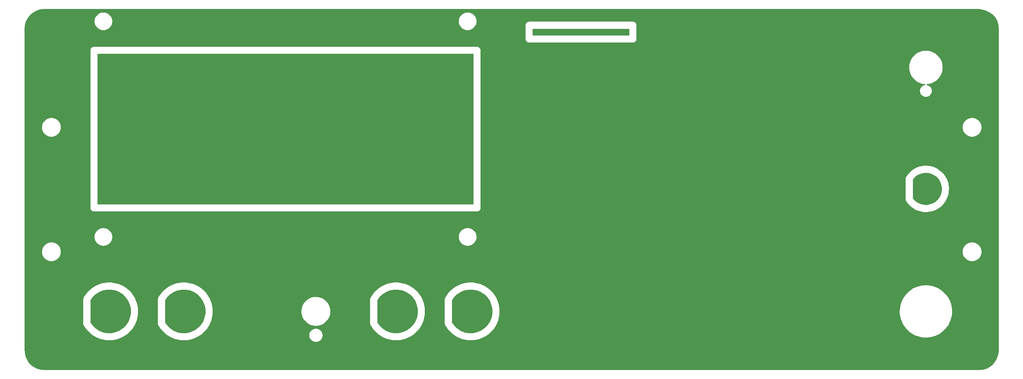
<source format=gbr>
%TF.GenerationSoftware,KiCad,Pcbnew,4.0.7-e2-6376~58~ubuntu16.04.1*%
%TF.CreationDate,2018-07-07T10:36:50-07:00*%
%TF.ProjectId,dcload,64636C6F61642E6B696361645F706362,rev?*%
%TF.FileFunction,Copper,L2,Bot,Signal*%
%FSLAX46Y46*%
G04 Gerber Fmt 4.6, Leading zero omitted, Abs format (unit mm)*
G04 Created by KiCad (PCBNEW 4.0.7-e2-6376~58~ubuntu16.04.1) date Sat Jul  7 10:36:50 2018*
%MOMM*%
%LPD*%
G01*
G04 APERTURE LIST*
%ADD10C,0.100000*%
%ADD11C,0.254000*%
G04 APERTURE END LIST*
D10*
D11*
G36*
X259712884Y-17275501D02*
X260857626Y-17520803D01*
X262032960Y-18108470D01*
X262813573Y-18693930D01*
X263278184Y-19216617D01*
X263430723Y-19401005D01*
X263885396Y-20241906D01*
X264168076Y-21155098D01*
X264273000Y-22153390D01*
X264273000Y-104150219D01*
X264243560Y-104450474D01*
X264077184Y-105365542D01*
X263587463Y-106638816D01*
X262896266Y-107589212D01*
X262845562Y-107651381D01*
X262108997Y-108260721D01*
X261268095Y-108715396D01*
X260354906Y-108998075D01*
X259337581Y-109105000D01*
X20710179Y-109105000D01*
X19688617Y-109004835D01*
X18773476Y-108728538D01*
X18024018Y-108330044D01*
X17843690Y-108209825D01*
X17549477Y-107969871D01*
X16869885Y-107290279D01*
X16601649Y-106966037D01*
X16550102Y-106885035D01*
X16124604Y-106098095D01*
X15916259Y-105425039D01*
X15783346Y-104627567D01*
X15735000Y-104167581D01*
X15735000Y-91150000D01*
X30490000Y-91150000D01*
X30490000Y-97350000D01*
X30509711Y-97551033D01*
X30568095Y-97744408D01*
X30662927Y-97922760D01*
X30672257Y-97934200D01*
X30748664Y-98073701D01*
X30756893Y-98085581D01*
X31426855Y-99038487D01*
X31485401Y-99106530D01*
X31542447Y-99175830D01*
X31552747Y-99185967D01*
X32461512Y-100067852D01*
X32534871Y-100126288D01*
X32607437Y-100185767D01*
X32619504Y-100193705D01*
X32619509Y-100193709D01*
X32619514Y-100193712D01*
X33682261Y-100882285D01*
X33765601Y-100925374D01*
X33848307Y-100969609D01*
X33861692Y-100975056D01*
X33861696Y-100975058D01*
X35037948Y-101444097D01*
X35128089Y-101470183D01*
X35217794Y-101497506D01*
X35231973Y-101500247D01*
X35231983Y-101500250D01*
X35231993Y-101500251D01*
X36476941Y-101731887D01*
X36570396Y-101739965D01*
X36663736Y-101749347D01*
X36678177Y-101749281D01*
X36678188Y-101749282D01*
X36678198Y-101749281D01*
X37944427Y-101734694D01*
X38037665Y-101724467D01*
X38131057Y-101715540D01*
X38145209Y-101712670D01*
X38145220Y-101712669D01*
X38145230Y-101712666D01*
X39384511Y-101452411D01*
X39473976Y-101424272D01*
X39563865Y-101397372D01*
X39577198Y-101391805D01*
X39577202Y-101391804D01*
X39577206Y-101391802D01*
X40742339Y-100895791D01*
X40824676Y-100850788D01*
X40907586Y-100806963D01*
X40919586Y-100798912D01*
X40919585Y-100798912D01*
X40919588Y-100798911D01*
X40919590Y-100798909D01*
X41966192Y-100086036D01*
X42038197Y-100025915D01*
X42111040Y-99966802D01*
X42121248Y-99956573D01*
X43009455Y-99053987D01*
X43068412Y-98981026D01*
X43128385Y-98908890D01*
X43136408Y-98896879D01*
X43136412Y-98896874D01*
X43136415Y-98896869D01*
X43832391Y-97838955D01*
X43876070Y-97755901D01*
X43920872Y-97673522D01*
X43926412Y-97660175D01*
X43926413Y-97660174D01*
X43926415Y-97660169D01*
X44403653Y-96487222D01*
X44430359Y-96397297D01*
X44458317Y-96307753D01*
X44461159Y-96293583D01*
X44701481Y-95050274D01*
X44710211Y-94956881D01*
X44720245Y-94863606D01*
X44720280Y-94849164D01*
X44720281Y-94849153D01*
X44720280Y-94849143D01*
X44714534Y-93582844D01*
X44704958Y-93489535D01*
X44696683Y-93396084D01*
X44693911Y-93381901D01*
X44442312Y-92140824D01*
X44414788Y-92051131D01*
X44388526Y-91961091D01*
X44383052Y-91947716D01*
X44050015Y-91150000D01*
X49540000Y-91150000D01*
X49540000Y-97350000D01*
X49559711Y-97551033D01*
X49618095Y-97744408D01*
X49712927Y-97922760D01*
X49722257Y-97934200D01*
X49798664Y-98073701D01*
X49806893Y-98085581D01*
X50476855Y-99038487D01*
X50535401Y-99106530D01*
X50592447Y-99175830D01*
X50602747Y-99185967D01*
X51511512Y-100067852D01*
X51584871Y-100126288D01*
X51657437Y-100185767D01*
X51669504Y-100193705D01*
X51669509Y-100193709D01*
X51669514Y-100193712D01*
X52732261Y-100882285D01*
X52815601Y-100925374D01*
X52898307Y-100969609D01*
X52911692Y-100975056D01*
X52911696Y-100975058D01*
X54087948Y-101444097D01*
X54178089Y-101470183D01*
X54267794Y-101497506D01*
X54281973Y-101500247D01*
X54281983Y-101500250D01*
X54281993Y-101500251D01*
X55526941Y-101731887D01*
X55620396Y-101739965D01*
X55713736Y-101749347D01*
X55728177Y-101749281D01*
X55728188Y-101749282D01*
X55728198Y-101749281D01*
X56994427Y-101734694D01*
X57087665Y-101724467D01*
X57181057Y-101715540D01*
X57195209Y-101712670D01*
X57195220Y-101712669D01*
X57195230Y-101712666D01*
X58434511Y-101452411D01*
X58523976Y-101424272D01*
X58613865Y-101397372D01*
X58627198Y-101391805D01*
X58627202Y-101391804D01*
X58627206Y-101391802D01*
X59792339Y-100895791D01*
X59874676Y-100850788D01*
X59957586Y-100806963D01*
X59969586Y-100798912D01*
X59969585Y-100798912D01*
X59969588Y-100798911D01*
X59969590Y-100798909D01*
X60547790Y-100405079D01*
X88166997Y-100405079D01*
X88173293Y-100453913D01*
X88172601Y-100503451D01*
X88196391Y-100633070D01*
X88212964Y-100761622D01*
X88228410Y-100807528D01*
X88237209Y-100855472D01*
X88286025Y-100978767D01*
X88327605Y-101102346D01*
X88355951Y-101155379D01*
X88368962Y-101188240D01*
X88395653Y-101229656D01*
X88445313Y-101322565D01*
X88459297Y-101328412D01*
X88562839Y-101489079D01*
X88811458Y-101746532D01*
X89022692Y-101893343D01*
X89027435Y-101904687D01*
X89067968Y-101924811D01*
X89105348Y-101950791D01*
X89229861Y-102005189D01*
X89349426Y-102064552D01*
X89392339Y-102076174D01*
X89433315Y-102094076D01*
X89566837Y-102123433D01*
X89696419Y-102158527D01*
X89739974Y-102161499D01*
X89782867Y-102170930D01*
X89920372Y-102173810D01*
X90055079Y-102183003D01*
X90097591Y-102177522D01*
X90140690Y-102178425D01*
X90276952Y-102154398D01*
X90411622Y-102137036D01*
X90451487Y-102123623D01*
X90493153Y-102116276D01*
X90622940Y-102065935D01*
X90752346Y-102022395D01*
X90797715Y-101998145D01*
X90826833Y-101986851D01*
X90869479Y-101959787D01*
X90972565Y-101904687D01*
X90978439Y-101890638D01*
X91129018Y-101795078D01*
X91388200Y-101548262D01*
X91544368Y-101326880D01*
X91554687Y-101322565D01*
X91571975Y-101287745D01*
X91594506Y-101255805D01*
X91652468Y-101125619D01*
X91714552Y-101000574D01*
X91724506Y-100963820D01*
X91740077Y-100928847D01*
X91771838Y-100789051D01*
X91808527Y-100653581D01*
X91811065Y-100616396D01*
X91819370Y-100579840D01*
X91820865Y-100472789D01*
X91833003Y-100294921D01*
X91824292Y-100227353D01*
X91825078Y-100171050D01*
X91802019Y-100054595D01*
X91787036Y-99938378D01*
X91767526Y-99880392D01*
X91755561Y-99819965D01*
X91710010Y-99709451D01*
X91672395Y-99597654D01*
X91635416Y-99528470D01*
X91619176Y-99489069D01*
X91594522Y-99451962D01*
X91554687Y-99377435D01*
X91541282Y-99371830D01*
X91421116Y-99190966D01*
X91168927Y-98937010D01*
X90977952Y-98808195D01*
X90972565Y-98795313D01*
X90920612Y-98769519D01*
X90872214Y-98736874D01*
X90759040Y-98689300D01*
X90650574Y-98635448D01*
X90595353Y-98620493D01*
X90542278Y-98598182D01*
X90421213Y-98573331D01*
X90303581Y-98541473D01*
X90247304Y-98537632D01*
X90191687Y-98526216D01*
X90067283Y-98525347D01*
X89944921Y-98516997D01*
X89889766Y-98524108D01*
X89833795Y-98523717D01*
X89710780Y-98547183D01*
X89588378Y-98562964D01*
X89536430Y-98580442D01*
X89482234Y-98590781D01*
X89365358Y-98638002D01*
X89247654Y-98677605D01*
X89186706Y-98710182D01*
X89150394Y-98724853D01*
X89110872Y-98750716D01*
X89027435Y-98795313D01*
X89021677Y-98809083D01*
X88850915Y-98920827D01*
X88595205Y-99171237D01*
X88457511Y-99372334D01*
X88445313Y-99377435D01*
X88422350Y-99423686D01*
X88393003Y-99466546D01*
X88342069Y-99585384D01*
X88285448Y-99699426D01*
X88272159Y-99748494D01*
X88252010Y-99795505D01*
X88224955Y-99922790D01*
X88191473Y-100046419D01*
X88188066Y-100096340D01*
X88177599Y-100145585D01*
X88175770Y-100276518D01*
X88166997Y-100405079D01*
X60547790Y-100405079D01*
X61016192Y-100086036D01*
X61088197Y-100025915D01*
X61161040Y-99966802D01*
X61171248Y-99956573D01*
X62059455Y-99053987D01*
X62118412Y-98981026D01*
X62178385Y-98908890D01*
X62186408Y-98896879D01*
X62186412Y-98896874D01*
X62186415Y-98896869D01*
X62882391Y-97838955D01*
X62926070Y-97755901D01*
X62970872Y-97673522D01*
X62976412Y-97660175D01*
X62976413Y-97660174D01*
X62976415Y-97660169D01*
X63453653Y-96487222D01*
X63480359Y-96397297D01*
X63508317Y-96307753D01*
X63511159Y-96293583D01*
X63751481Y-95050274D01*
X63760211Y-94956881D01*
X63770245Y-94863606D01*
X63770280Y-94849164D01*
X63770281Y-94849153D01*
X63770280Y-94849143D01*
X63767456Y-94226682D01*
X86171635Y-94226682D01*
X86187406Y-94397466D01*
X86184992Y-94570355D01*
X86221984Y-94771911D01*
X86240647Y-94974007D01*
X86288962Y-95136843D01*
X86319872Y-95305260D01*
X86395932Y-95497365D01*
X86454129Y-95693508D01*
X86532508Y-95842319D01*
X86594927Y-95999970D01*
X86707766Y-96175062D01*
X86803877Y-96357537D01*
X86829787Y-96396314D01*
X86868781Y-96424908D01*
X86999681Y-96628024D01*
X87518715Y-97165500D01*
X87820933Y-97375546D01*
X87853686Y-97420213D01*
X87997169Y-97498034D01*
X88132261Y-97591925D01*
X88327765Y-97677339D01*
X88513405Y-97778024D01*
X88667736Y-97825868D01*
X88816949Y-97891058D01*
X89026961Y-97937232D01*
X89230253Y-98000255D01*
X89389306Y-98016899D01*
X89546698Y-98051504D01*
X89763367Y-98056043D01*
X89976682Y-98078365D01*
X90134274Y-98063812D01*
X90293714Y-98067152D01*
X90508800Y-98029226D01*
X90724007Y-98009353D01*
X90874145Y-97964806D01*
X91029542Y-97937405D01*
X91234738Y-97857815D01*
X91443508Y-97795871D01*
X91580599Y-97723664D01*
X91726155Y-97667207D01*
X91913415Y-97548368D01*
X92107537Y-97446123D01*
X92146314Y-97420213D01*
X92173261Y-97383465D01*
X92357020Y-97266848D01*
X92898106Y-96751578D01*
X93125683Y-96428967D01*
X93170213Y-96396314D01*
X93241714Y-96264484D01*
X93328805Y-96141024D01*
X93421071Y-95933791D01*
X93528024Y-95736595D01*
X93571942Y-95594929D01*
X93632710Y-95458442D01*
X93683340Y-95235594D01*
X93750255Y-95019747D01*
X93765519Y-94873883D01*
X93798247Y-94729830D01*
X93800965Y-94535154D01*
X93828365Y-94273318D01*
X93807740Y-94049968D01*
X93810163Y-93876410D01*
X93775587Y-93701788D01*
X93759353Y-93525993D01*
X93703517Y-93337807D01*
X93665035Y-93143461D01*
X93596558Y-92977324D01*
X93545871Y-92806492D01*
X93455165Y-92634279D01*
X93380307Y-92452659D01*
X93279932Y-92301582D01*
X93196123Y-92142463D01*
X93170213Y-92103686D01*
X93127775Y-92072567D01*
X92966825Y-91830317D01*
X92440336Y-91300140D01*
X92217744Y-91150000D01*
X103740000Y-91150000D01*
X103740000Y-97350000D01*
X103759711Y-97551033D01*
X103818095Y-97744408D01*
X103912927Y-97922760D01*
X103922257Y-97934200D01*
X103998664Y-98073701D01*
X104006893Y-98085581D01*
X104676855Y-99038487D01*
X104735401Y-99106530D01*
X104792447Y-99175830D01*
X104802747Y-99185967D01*
X105711512Y-100067852D01*
X105784871Y-100126288D01*
X105857437Y-100185767D01*
X105869504Y-100193705D01*
X105869509Y-100193709D01*
X105869514Y-100193712D01*
X106932261Y-100882285D01*
X107015601Y-100925374D01*
X107098307Y-100969609D01*
X107111692Y-100975056D01*
X107111696Y-100975058D01*
X108287948Y-101444097D01*
X108378089Y-101470183D01*
X108467794Y-101497506D01*
X108481973Y-101500247D01*
X108481983Y-101500250D01*
X108481993Y-101500251D01*
X109726941Y-101731887D01*
X109820396Y-101739965D01*
X109913736Y-101749347D01*
X109928177Y-101749281D01*
X109928188Y-101749282D01*
X109928198Y-101749281D01*
X111194427Y-101734694D01*
X111287665Y-101724467D01*
X111381057Y-101715540D01*
X111395209Y-101712670D01*
X111395220Y-101712669D01*
X111395230Y-101712666D01*
X112634511Y-101452411D01*
X112723976Y-101424272D01*
X112813865Y-101397372D01*
X112827198Y-101391805D01*
X112827202Y-101391804D01*
X112827206Y-101391802D01*
X113992339Y-100895791D01*
X114074676Y-100850788D01*
X114157586Y-100806963D01*
X114169586Y-100798912D01*
X114169585Y-100798912D01*
X114169588Y-100798911D01*
X114169590Y-100798909D01*
X115216192Y-100086036D01*
X115288197Y-100025915D01*
X115361040Y-99966802D01*
X115371248Y-99956573D01*
X116259455Y-99053987D01*
X116318412Y-98981026D01*
X116378385Y-98908890D01*
X116386408Y-98896879D01*
X116386412Y-98896874D01*
X116386415Y-98896869D01*
X117082391Y-97838955D01*
X117126070Y-97755901D01*
X117170872Y-97673522D01*
X117176412Y-97660175D01*
X117176413Y-97660174D01*
X117176415Y-97660169D01*
X117653653Y-96487222D01*
X117680359Y-96397297D01*
X117708317Y-96307753D01*
X117711159Y-96293583D01*
X117951481Y-95050274D01*
X117960211Y-94956881D01*
X117970245Y-94863606D01*
X117970280Y-94849164D01*
X117970281Y-94849153D01*
X117970280Y-94849143D01*
X117964534Y-93582844D01*
X117954958Y-93489535D01*
X117946683Y-93396084D01*
X117943911Y-93381901D01*
X117692312Y-92140824D01*
X117664788Y-92051131D01*
X117638526Y-91961091D01*
X117633052Y-91947716D01*
X117300015Y-91150000D01*
X122790000Y-91150000D01*
X122790000Y-97350000D01*
X122809711Y-97551033D01*
X122868095Y-97744408D01*
X122962927Y-97922760D01*
X122972257Y-97934200D01*
X123048664Y-98073701D01*
X123056893Y-98085581D01*
X123726855Y-99038487D01*
X123785401Y-99106530D01*
X123842447Y-99175830D01*
X123852747Y-99185967D01*
X124761512Y-100067852D01*
X124834871Y-100126288D01*
X124907437Y-100185767D01*
X124919504Y-100193705D01*
X124919509Y-100193709D01*
X124919514Y-100193712D01*
X125982261Y-100882285D01*
X126065601Y-100925374D01*
X126148307Y-100969609D01*
X126161692Y-100975056D01*
X126161696Y-100975058D01*
X127337948Y-101444097D01*
X127428089Y-101470183D01*
X127517794Y-101497506D01*
X127531973Y-101500247D01*
X127531983Y-101500250D01*
X127531993Y-101500251D01*
X128776941Y-101731887D01*
X128870396Y-101739965D01*
X128963736Y-101749347D01*
X128978177Y-101749281D01*
X128978188Y-101749282D01*
X128978198Y-101749281D01*
X130244427Y-101734694D01*
X130337665Y-101724467D01*
X130431057Y-101715540D01*
X130445209Y-101712670D01*
X130445220Y-101712669D01*
X130445230Y-101712666D01*
X131684511Y-101452411D01*
X131773976Y-101424272D01*
X131863865Y-101397372D01*
X131877198Y-101391805D01*
X131877202Y-101391804D01*
X131877206Y-101391802D01*
X133042339Y-100895791D01*
X133124676Y-100850788D01*
X133207586Y-100806963D01*
X133219586Y-100798912D01*
X133219585Y-100798912D01*
X133219588Y-100798911D01*
X133219590Y-100798909D01*
X134266192Y-100086036D01*
X134338197Y-100025915D01*
X134411040Y-99966802D01*
X134421248Y-99956573D01*
X135309455Y-99053987D01*
X135368412Y-98981026D01*
X135428385Y-98908890D01*
X135436408Y-98896879D01*
X135436412Y-98896874D01*
X135436415Y-98896869D01*
X136132391Y-97838955D01*
X136176070Y-97755901D01*
X136220872Y-97673522D01*
X136226412Y-97660175D01*
X136226413Y-97660174D01*
X136226415Y-97660169D01*
X136703653Y-96487222D01*
X136730359Y-96397297D01*
X136758317Y-96307753D01*
X136761159Y-96293583D01*
X137001481Y-95050274D01*
X137010211Y-94956881D01*
X137020245Y-94863606D01*
X137020280Y-94849164D01*
X137020281Y-94849153D01*
X137020280Y-94849143D01*
X137016923Y-94109282D01*
X238933622Y-94109282D01*
X238961077Y-94462682D01*
X238956081Y-94820501D01*
X239012947Y-95130342D01*
X239037144Y-95441795D01*
X239132222Y-95780221D01*
X239196281Y-96129249D01*
X239313348Y-96424926D01*
X239398637Y-96728508D01*
X239556581Y-97039262D01*
X239686110Y-97366416D01*
X239860001Y-97636243D01*
X240004210Y-97919973D01*
X240160568Y-98153980D01*
X240239579Y-98225231D01*
X240406911Y-98484880D01*
X241331229Y-99442039D01*
X241750332Y-99733323D01*
X241846020Y-99839432D01*
X242142309Y-100005754D01*
X242423856Y-100201434D01*
X242726231Y-100333538D01*
X243011478Y-100493662D01*
X243331728Y-100598074D01*
X243643175Y-100734142D01*
X243968376Y-100805642D01*
X244282176Y-100907951D01*
X244613721Y-100947530D01*
X244942742Y-101019870D01*
X245278633Y-101026906D01*
X245609282Y-101066378D01*
X245939242Y-101040744D01*
X246273057Y-101047736D01*
X246606868Y-100988876D01*
X246941795Y-100962856D01*
X247257579Y-100874139D01*
X247583450Y-100816679D01*
X247902264Y-100693019D01*
X248228508Y-100601363D01*
X248518298Y-100454075D01*
X248824006Y-100335498D01*
X249115256Y-100150665D01*
X249419973Y-99995790D01*
X249653980Y-99839432D01*
X249718606Y-99767767D01*
X249947475Y-99622523D01*
X250911064Y-98704911D01*
X251230244Y-98252445D01*
X251339432Y-98153980D01*
X251494228Y-97878223D01*
X251678069Y-97617612D01*
X251822028Y-97294274D01*
X251993662Y-96988522D01*
X252090777Y-96690652D01*
X252219275Y-96402041D01*
X252298351Y-96053986D01*
X252407951Y-95717824D01*
X252444739Y-95409656D01*
X252514069Y-95104501D01*
X252518427Y-94792391D01*
X252566378Y-94390718D01*
X252530487Y-93928736D01*
X252535291Y-93584696D01*
X252483398Y-93322616D01*
X252462856Y-93058205D01*
X252355094Y-92674633D01*
X252276842Y-92279430D01*
X252173892Y-92029655D01*
X252101363Y-91771492D01*
X251922166Y-91418921D01*
X251769787Y-91049223D01*
X251618627Y-90821709D01*
X251495790Y-90580027D01*
X251339432Y-90346020D01*
X251247498Y-90263114D01*
X251033440Y-89940932D01*
X250095848Y-88996772D01*
X249741826Y-88757981D01*
X249653980Y-88660568D01*
X249316752Y-88471265D01*
X248992725Y-88252706D01*
X248732659Y-88143384D01*
X248488522Y-88006338D01*
X248123621Y-87887368D01*
X247766087Y-87737075D01*
X247486813Y-87679748D01*
X247217824Y-87592049D01*
X246839636Y-87546902D01*
X246462657Y-87469519D01*
X246174570Y-87467508D01*
X245890718Y-87433622D01*
X245513922Y-87462895D01*
X245132082Y-87460229D01*
X244846148Y-87514774D01*
X244558205Y-87537144D01*
X244197183Y-87638571D01*
X243825044Y-87709560D01*
X243552380Y-87819723D01*
X243271492Y-87898637D01*
X242939803Y-88067221D01*
X242591326Y-88208015D01*
X242342749Y-88370679D01*
X242080027Y-88504210D01*
X241846020Y-88660568D01*
X241768661Y-88746352D01*
X241477922Y-88936606D01*
X240527239Y-89867583D01*
X240262725Y-90253895D01*
X240160568Y-90346020D01*
X239982747Y-90662793D01*
X239775490Y-90965485D01*
X239654928Y-91246776D01*
X239506338Y-91511478D01*
X239394642Y-91854071D01*
X239251308Y-92188493D01*
X239187057Y-92490769D01*
X239092049Y-92782176D01*
X239049684Y-93137061D01*
X238974659Y-93490024D01*
X238970302Y-93802018D01*
X238933622Y-94109282D01*
X137016923Y-94109282D01*
X137014534Y-93582844D01*
X137004958Y-93489535D01*
X136996683Y-93396084D01*
X136993911Y-93381901D01*
X136742312Y-92140824D01*
X136714788Y-92051131D01*
X136688526Y-91961091D01*
X136683052Y-91947716D01*
X136195186Y-90779143D01*
X136150744Y-90696467D01*
X136107513Y-90613279D01*
X136099549Y-90601227D01*
X136099546Y-90601222D01*
X136099542Y-90601218D01*
X135393993Y-89549666D01*
X135334372Y-89477237D01*
X135275774Y-89403989D01*
X135265622Y-89393716D01*
X135265617Y-89393710D01*
X135265611Y-89393705D01*
X134369252Y-88499223D01*
X134296709Y-88439762D01*
X134224990Y-88379284D01*
X134213029Y-88371173D01*
X133159996Y-87667825D01*
X133077253Y-87623570D01*
X132995183Y-87578191D01*
X132981875Y-87572558D01*
X131812283Y-87087141D01*
X131722543Y-87059807D01*
X131633201Y-87031226D01*
X131619059Y-87028287D01*
X131619051Y-87028285D01*
X131619043Y-87028284D01*
X130377450Y-86779288D01*
X130284138Y-86769908D01*
X130190917Y-86759221D01*
X130176466Y-86759085D01*
X128910146Y-86755991D01*
X128816760Y-86764917D01*
X128723268Y-86772538D01*
X128709067Y-86775211D01*
X128709065Y-86775211D01*
X128709063Y-86775212D01*
X127466261Y-87018139D01*
X127376374Y-87045038D01*
X127286157Y-87070669D01*
X127272744Y-87076050D01*
X126100795Y-87555746D01*
X126017855Y-87599586D01*
X125934322Y-87642258D01*
X125922223Y-87650134D01*
X125922210Y-87650141D01*
X125922199Y-87650150D01*
X124865754Y-88348336D01*
X124792904Y-88407455D01*
X124719256Y-88465535D01*
X124708906Y-88475620D01*
X123808182Y-89365718D01*
X123748204Y-89437859D01*
X123687238Y-89509140D01*
X123679050Y-89521037D01*
X123679044Y-89521044D01*
X123679040Y-89521051D01*
X122968363Y-90569141D01*
X122921225Y-90655813D01*
X122873695Y-90742270D01*
X122872982Y-90744518D01*
X122871854Y-90746592D01*
X122842450Y-90840767D01*
X122812617Y-90934811D01*
X122812354Y-90937157D01*
X122811651Y-90939408D01*
X122801112Y-91037383D01*
X122790101Y-91135549D01*
X122790070Y-91140036D01*
X122790047Y-91140246D01*
X122790067Y-91140468D01*
X122790000Y-91150000D01*
X117300015Y-91150000D01*
X117145186Y-90779143D01*
X117100744Y-90696467D01*
X117057513Y-90613279D01*
X117049549Y-90601227D01*
X117049546Y-90601222D01*
X117049542Y-90601218D01*
X116343993Y-89549666D01*
X116284372Y-89477237D01*
X116225774Y-89403989D01*
X116215622Y-89393716D01*
X116215617Y-89393710D01*
X116215611Y-89393705D01*
X115319252Y-88499223D01*
X115246709Y-88439762D01*
X115174990Y-88379284D01*
X115163029Y-88371173D01*
X114109996Y-87667825D01*
X114027253Y-87623570D01*
X113945183Y-87578191D01*
X113931875Y-87572558D01*
X112762283Y-87087141D01*
X112672543Y-87059807D01*
X112583201Y-87031226D01*
X112569059Y-87028287D01*
X112569051Y-87028285D01*
X112569043Y-87028284D01*
X111327450Y-86779288D01*
X111234138Y-86769908D01*
X111140917Y-86759221D01*
X111126466Y-86759085D01*
X109860146Y-86755991D01*
X109766760Y-86764917D01*
X109673268Y-86772538D01*
X109659067Y-86775211D01*
X109659065Y-86775211D01*
X109659063Y-86775212D01*
X108416261Y-87018139D01*
X108326374Y-87045038D01*
X108236157Y-87070669D01*
X108222744Y-87076050D01*
X107050795Y-87555746D01*
X106967855Y-87599586D01*
X106884322Y-87642258D01*
X106872223Y-87650134D01*
X106872210Y-87650141D01*
X106872199Y-87650150D01*
X105815754Y-88348336D01*
X105742904Y-88407455D01*
X105669256Y-88465535D01*
X105658906Y-88475620D01*
X104758182Y-89365718D01*
X104698204Y-89437859D01*
X104637238Y-89509140D01*
X104629050Y-89521037D01*
X104629044Y-89521044D01*
X104629040Y-89521051D01*
X103918363Y-90569141D01*
X103871225Y-90655813D01*
X103823695Y-90742270D01*
X103822982Y-90744518D01*
X103821854Y-90746592D01*
X103792450Y-90840767D01*
X103762617Y-90934811D01*
X103762354Y-90937157D01*
X103761651Y-90939408D01*
X103751112Y-91037383D01*
X103740101Y-91135549D01*
X103740070Y-91140036D01*
X103740047Y-91140246D01*
X103740067Y-91140468D01*
X103740000Y-91150000D01*
X92217744Y-91150000D01*
X92178282Y-91123383D01*
X92146314Y-91079787D01*
X91979573Y-90989352D01*
X91820896Y-90882323D01*
X91649042Y-90810082D01*
X91486595Y-90721976D01*
X91306989Y-90666296D01*
X91132099Y-90592779D01*
X90947843Y-90554957D01*
X90769747Y-90499745D01*
X90584366Y-90480346D01*
X90400180Y-90442538D01*
X90210407Y-90441213D01*
X90023318Y-90421635D01*
X89839366Y-90438622D01*
X89653019Y-90437321D01*
X89464945Y-90473198D01*
X89275993Y-90490647D01*
X89100474Y-90542725D01*
X88919074Y-90577329D01*
X88739989Y-90649684D01*
X88556492Y-90704129D01*
X88395974Y-90788675D01*
X88226301Y-90857227D01*
X88063267Y-90963914D01*
X87892463Y-91053877D01*
X87853686Y-91079787D01*
X87823697Y-91120684D01*
X87601088Y-91266355D01*
X87067249Y-91789129D01*
X86874133Y-92071168D01*
X86829787Y-92103686D01*
X86745656Y-92258803D01*
X86645117Y-92405637D01*
X86566375Y-92589355D01*
X86471976Y-92763405D01*
X86420212Y-92930378D01*
X86350771Y-93092397D01*
X86308864Y-93289552D01*
X86249745Y-93480253D01*
X86231723Y-93652475D01*
X86195424Y-93823248D01*
X86192586Y-94026468D01*
X86171635Y-94226682D01*
X63767456Y-94226682D01*
X63764534Y-93582844D01*
X63754958Y-93489535D01*
X63746683Y-93396084D01*
X63743911Y-93381901D01*
X63492312Y-92140824D01*
X63464788Y-92051131D01*
X63438526Y-91961091D01*
X63433052Y-91947716D01*
X62945186Y-90779143D01*
X62900744Y-90696467D01*
X62857513Y-90613279D01*
X62849549Y-90601227D01*
X62849546Y-90601222D01*
X62849542Y-90601218D01*
X62143993Y-89549666D01*
X62084372Y-89477237D01*
X62025774Y-89403989D01*
X62015622Y-89393716D01*
X62015617Y-89393710D01*
X62015611Y-89393705D01*
X61119252Y-88499223D01*
X61046709Y-88439762D01*
X60974990Y-88379284D01*
X60963029Y-88371173D01*
X59909996Y-87667825D01*
X59827253Y-87623570D01*
X59745183Y-87578191D01*
X59731875Y-87572558D01*
X58562283Y-87087141D01*
X58472543Y-87059807D01*
X58383201Y-87031226D01*
X58369059Y-87028287D01*
X58369051Y-87028285D01*
X58369043Y-87028284D01*
X57127450Y-86779288D01*
X57034138Y-86769908D01*
X56940917Y-86759221D01*
X56926466Y-86759085D01*
X55660146Y-86755991D01*
X55566760Y-86764917D01*
X55473268Y-86772538D01*
X55459067Y-86775211D01*
X55459065Y-86775211D01*
X55459063Y-86775212D01*
X54216261Y-87018139D01*
X54126374Y-87045038D01*
X54036157Y-87070669D01*
X54022744Y-87076050D01*
X52850795Y-87555746D01*
X52767855Y-87599586D01*
X52684322Y-87642258D01*
X52672223Y-87650134D01*
X52672210Y-87650141D01*
X52672199Y-87650150D01*
X51615754Y-88348336D01*
X51542904Y-88407455D01*
X51469256Y-88465535D01*
X51458906Y-88475620D01*
X50558182Y-89365718D01*
X50498204Y-89437859D01*
X50437238Y-89509140D01*
X50429050Y-89521037D01*
X50429044Y-89521044D01*
X50429040Y-89521051D01*
X49718363Y-90569141D01*
X49671225Y-90655813D01*
X49623695Y-90742270D01*
X49622982Y-90744518D01*
X49621854Y-90746592D01*
X49592450Y-90840767D01*
X49562617Y-90934811D01*
X49562354Y-90937157D01*
X49561651Y-90939408D01*
X49551112Y-91037383D01*
X49540101Y-91135549D01*
X49540070Y-91140036D01*
X49540047Y-91140246D01*
X49540067Y-91140468D01*
X49540000Y-91150000D01*
X44050015Y-91150000D01*
X43895186Y-90779143D01*
X43850744Y-90696467D01*
X43807513Y-90613279D01*
X43799549Y-90601227D01*
X43799546Y-90601222D01*
X43799542Y-90601218D01*
X43093993Y-89549666D01*
X43034372Y-89477237D01*
X42975774Y-89403989D01*
X42965622Y-89393716D01*
X42965617Y-89393710D01*
X42965611Y-89393705D01*
X42069252Y-88499223D01*
X41996709Y-88439762D01*
X41924990Y-88379284D01*
X41913029Y-88371173D01*
X40859996Y-87667825D01*
X40777253Y-87623570D01*
X40695183Y-87578191D01*
X40681875Y-87572558D01*
X39512283Y-87087141D01*
X39422543Y-87059807D01*
X39333201Y-87031226D01*
X39319059Y-87028287D01*
X39319051Y-87028285D01*
X39319043Y-87028284D01*
X38077450Y-86779288D01*
X37984138Y-86769908D01*
X37890917Y-86759221D01*
X37876466Y-86759085D01*
X36610146Y-86755991D01*
X36516760Y-86764917D01*
X36423268Y-86772538D01*
X36409067Y-86775211D01*
X36409065Y-86775211D01*
X36409063Y-86775212D01*
X35166261Y-87018139D01*
X35076374Y-87045038D01*
X34986157Y-87070669D01*
X34972744Y-87076050D01*
X33800795Y-87555746D01*
X33717855Y-87599586D01*
X33634322Y-87642258D01*
X33622223Y-87650134D01*
X33622210Y-87650141D01*
X33622199Y-87650150D01*
X32565754Y-88348336D01*
X32492904Y-88407455D01*
X32419256Y-88465535D01*
X32408906Y-88475620D01*
X31508182Y-89365718D01*
X31448204Y-89437859D01*
X31387238Y-89509140D01*
X31379050Y-89521037D01*
X31379044Y-89521044D01*
X31379040Y-89521051D01*
X30668363Y-90569141D01*
X30621225Y-90655813D01*
X30573695Y-90742270D01*
X30572982Y-90744518D01*
X30571854Y-90746592D01*
X30542450Y-90840767D01*
X30512617Y-90934811D01*
X30512354Y-90937157D01*
X30511651Y-90939408D01*
X30501112Y-91037383D01*
X30490101Y-91135549D01*
X30490070Y-91140036D01*
X30490047Y-91140246D01*
X30490067Y-91140468D01*
X30490000Y-91150000D01*
X15735000Y-91150000D01*
X15735000Y-79072416D01*
X19927931Y-79072416D01*
X19937980Y-79164264D01*
X19936681Y-79257309D01*
X19965106Y-79412185D01*
X19982028Y-79566847D01*
X20009474Y-79653925D01*
X20026070Y-79744352D01*
X20084444Y-79891787D01*
X20131544Y-80041224D01*
X20178084Y-80128294D01*
X20208358Y-80204757D01*
X20270472Y-80301140D01*
X20340272Y-80431725D01*
X20362983Y-80444687D01*
X20476600Y-80620987D01*
X20820579Y-80977188D01*
X21065563Y-81147457D01*
X21078275Y-81169728D01*
X21155354Y-81209863D01*
X21227194Y-81259793D01*
X21376620Y-81325076D01*
X21519435Y-81399439D01*
X21601808Y-81423457D01*
X21680957Y-81458037D01*
X21841316Y-81493294D01*
X21996931Y-81538669D01*
X22081307Y-81546060D01*
X22164583Y-81564369D01*
X22329866Y-81567831D01*
X22492416Y-81582069D01*
X22575517Y-81572977D01*
X22659653Y-81574739D01*
X22823560Y-81545838D01*
X22986847Y-81527972D01*
X23065535Y-81503171D01*
X23147308Y-81488752D01*
X23303516Y-81428163D01*
X23461224Y-81378456D01*
X23539400Y-81336670D01*
X23608974Y-81309684D01*
X23710889Y-81245007D01*
X23851725Y-81169728D01*
X23864342Y-81147622D01*
X24027067Y-81044354D01*
X24385661Y-80702870D01*
X24568308Y-80443951D01*
X24589728Y-80431725D01*
X24625796Y-80362456D01*
X24671097Y-80298238D01*
X24741080Y-80141054D01*
X24819439Y-79990565D01*
X24840993Y-79916646D01*
X24872504Y-79845870D01*
X24910874Y-79676985D01*
X24958669Y-79513069D01*
X24965291Y-79437467D01*
X24982210Y-79362998D01*
X24984182Y-79221797D01*
X24997266Y-79072416D01*
X255007931Y-79072416D01*
X255017980Y-79164264D01*
X255016681Y-79257309D01*
X255045106Y-79412185D01*
X255062028Y-79566847D01*
X255089474Y-79653925D01*
X255106070Y-79744352D01*
X255164444Y-79891787D01*
X255211544Y-80041224D01*
X255258084Y-80128294D01*
X255288358Y-80204757D01*
X255350472Y-80301140D01*
X255420272Y-80431725D01*
X255442983Y-80444687D01*
X255556600Y-80620987D01*
X255900579Y-80977188D01*
X256145563Y-81147457D01*
X256158275Y-81169728D01*
X256235354Y-81209863D01*
X256307194Y-81259793D01*
X256456620Y-81325076D01*
X256599435Y-81399439D01*
X256681808Y-81423457D01*
X256760957Y-81458037D01*
X256921316Y-81493294D01*
X257076931Y-81538669D01*
X257161307Y-81546060D01*
X257244583Y-81564369D01*
X257409866Y-81567831D01*
X257572416Y-81582069D01*
X257655517Y-81572977D01*
X257739653Y-81574739D01*
X257903560Y-81545838D01*
X258066847Y-81527972D01*
X258145535Y-81503171D01*
X258227308Y-81488752D01*
X258383516Y-81428163D01*
X258541224Y-81378456D01*
X258619400Y-81336670D01*
X258688974Y-81309684D01*
X258790889Y-81245007D01*
X258931725Y-81169728D01*
X258944342Y-81147622D01*
X259107067Y-81044354D01*
X259465661Y-80702870D01*
X259648308Y-80443951D01*
X259669728Y-80431725D01*
X259705796Y-80362456D01*
X259751097Y-80298238D01*
X259821080Y-80141054D01*
X259899439Y-79990565D01*
X259920993Y-79916646D01*
X259952504Y-79845870D01*
X259990874Y-79676985D01*
X260038669Y-79513069D01*
X260045291Y-79437467D01*
X260062210Y-79362998D01*
X260064182Y-79221797D01*
X260082069Y-79017584D01*
X260068735Y-78895717D01*
X260070108Y-78797411D01*
X260043000Y-78660508D01*
X260027972Y-78523153D01*
X259995240Y-78419303D01*
X259973927Y-78311664D01*
X259920324Y-78181613D01*
X259878456Y-78048776D01*
X259822170Y-77943474D01*
X259785230Y-77853849D01*
X259729141Y-77769429D01*
X259669728Y-77658275D01*
X259646471Y-77645001D01*
X259511202Y-77441405D01*
X259162283Y-77090041D01*
X258944955Y-76943451D01*
X258931725Y-76920272D01*
X258839042Y-76872012D01*
X258751762Y-76813141D01*
X258617964Y-76756897D01*
X258490565Y-76690561D01*
X258391305Y-76661618D01*
X258295275Y-76621251D01*
X258152000Y-76591841D01*
X258013069Y-76551331D01*
X257911168Y-76542405D01*
X257810211Y-76521682D01*
X257662828Y-76520653D01*
X257517584Y-76507931D01*
X257416995Y-76518937D01*
X257315045Y-76518225D01*
X257169173Y-76546052D01*
X257023153Y-76562028D01*
X256927686Y-76592118D01*
X256828638Y-76611012D01*
X256689921Y-76667057D01*
X256548776Y-76711544D01*
X256452677Y-76762910D01*
X256369517Y-76796509D01*
X256278990Y-76855748D01*
X256158275Y-76920272D01*
X256145093Y-76943368D01*
X255955170Y-77067650D01*
X255601379Y-77414108D01*
X255443126Y-77645231D01*
X255420272Y-77658275D01*
X255376073Y-77743160D01*
X255321620Y-77822686D01*
X255260917Y-77964316D01*
X255190561Y-78099435D01*
X255164079Y-78190255D01*
X255126548Y-78277822D01*
X255094277Y-78429646D01*
X255051331Y-78576931D01*
X255043173Y-78670074D01*
X255023595Y-78762179D01*
X255021412Y-78918507D01*
X255007931Y-79072416D01*
X24997266Y-79072416D01*
X25002069Y-79017584D01*
X24988735Y-78895717D01*
X24990108Y-78797411D01*
X24963000Y-78660508D01*
X24947972Y-78523153D01*
X24915240Y-78419303D01*
X24893927Y-78311664D01*
X24840324Y-78181613D01*
X24798456Y-78048776D01*
X24742170Y-77943474D01*
X24705230Y-77853849D01*
X24649141Y-77769429D01*
X24589728Y-77658275D01*
X24566471Y-77645001D01*
X24431202Y-77441405D01*
X24082283Y-77090041D01*
X23864955Y-76943451D01*
X23851725Y-76920272D01*
X23759042Y-76872012D01*
X23671762Y-76813141D01*
X23537964Y-76756897D01*
X23410565Y-76690561D01*
X23311305Y-76661618D01*
X23215275Y-76621251D01*
X23072000Y-76591841D01*
X22933069Y-76551331D01*
X22831168Y-76542405D01*
X22730211Y-76521682D01*
X22582828Y-76520653D01*
X22437584Y-76507931D01*
X22336995Y-76518937D01*
X22235045Y-76518225D01*
X22089173Y-76546052D01*
X21943153Y-76562028D01*
X21847686Y-76592118D01*
X21748638Y-76611012D01*
X21609921Y-76667057D01*
X21468776Y-76711544D01*
X21372677Y-76762910D01*
X21289517Y-76796509D01*
X21198990Y-76855748D01*
X21078275Y-76920272D01*
X21065093Y-76943368D01*
X20875170Y-77067650D01*
X20521379Y-77414108D01*
X20363126Y-77645231D01*
X20340272Y-77658275D01*
X20296073Y-77743160D01*
X20241620Y-77822686D01*
X20180917Y-77964316D01*
X20110561Y-78099435D01*
X20084079Y-78190255D01*
X20046548Y-78277822D01*
X20014277Y-78429646D01*
X19971331Y-78576931D01*
X19963173Y-78670074D01*
X19943595Y-78762179D01*
X19941412Y-78918507D01*
X19927931Y-79072416D01*
X15735000Y-79072416D01*
X15735000Y-75282946D01*
X33353687Y-75282946D01*
X33363043Y-75366189D01*
X33361865Y-75450537D01*
X33389359Y-75600339D01*
X33406158Y-75749811D01*
X33431261Y-75828646D01*
X33446298Y-75910576D01*
X33502755Y-76053170D01*
X33548703Y-76197468D01*
X33591838Y-76278168D01*
X33618478Y-76345453D01*
X33673135Y-76430265D01*
X33739234Y-76553927D01*
X33760199Y-76565362D01*
X33871847Y-76738606D01*
X34196755Y-77075057D01*
X34435156Y-77240750D01*
X34446073Y-77260766D01*
X34515872Y-77296850D01*
X34580825Y-77341993D01*
X34725259Y-77405095D01*
X34863409Y-77476513D01*
X34937904Y-77497997D01*
X35009428Y-77529245D01*
X35164411Y-77563320D01*
X35314815Y-77606696D01*
X35391030Y-77613146D01*
X35466240Y-77629682D01*
X35625960Y-77633028D01*
X35782946Y-77646313D01*
X35857923Y-77637886D01*
X35933860Y-77639477D01*
X36092224Y-77611553D01*
X36249811Y-77593842D01*
X36320717Y-77571264D01*
X36394477Y-77558258D01*
X36545395Y-77499721D01*
X36697468Y-77451297D01*
X36769493Y-77412799D01*
X36830546Y-77389118D01*
X36919972Y-77332366D01*
X37053927Y-77260766D01*
X37065113Y-77240256D01*
X37225457Y-77138499D01*
X37564169Y-76815949D01*
X37741649Y-76564354D01*
X37760766Y-76553927D01*
X37793029Y-76491518D01*
X37833779Y-76433751D01*
X37901350Y-76281985D01*
X37976513Y-76136591D01*
X37995691Y-76070091D01*
X38024019Y-76006466D01*
X38061064Y-75843412D01*
X38106696Y-75685185D01*
X38112444Y-75617264D01*
X38127643Y-75550366D01*
X38129527Y-75415399D01*
X38140736Y-75282946D01*
X126353687Y-75282946D01*
X126363043Y-75366189D01*
X126361865Y-75450537D01*
X126389359Y-75600339D01*
X126406158Y-75749811D01*
X126431261Y-75828646D01*
X126446298Y-75910576D01*
X126502755Y-76053170D01*
X126548703Y-76197468D01*
X126591838Y-76278168D01*
X126618478Y-76345453D01*
X126673135Y-76430265D01*
X126739234Y-76553927D01*
X126760199Y-76565362D01*
X126871847Y-76738606D01*
X127196755Y-77075057D01*
X127435156Y-77240750D01*
X127446073Y-77260766D01*
X127515872Y-77296850D01*
X127580825Y-77341993D01*
X127725259Y-77405095D01*
X127863409Y-77476513D01*
X127937904Y-77497997D01*
X128009428Y-77529245D01*
X128164411Y-77563320D01*
X128314815Y-77606696D01*
X128391030Y-77613146D01*
X128466240Y-77629682D01*
X128625960Y-77633028D01*
X128782946Y-77646313D01*
X128857923Y-77637886D01*
X128933860Y-77639477D01*
X129092224Y-77611553D01*
X129249811Y-77593842D01*
X129320717Y-77571264D01*
X129394477Y-77558258D01*
X129545395Y-77499721D01*
X129697468Y-77451297D01*
X129769493Y-77412799D01*
X129830546Y-77389118D01*
X129919972Y-77332366D01*
X130053927Y-77260766D01*
X130065113Y-77240256D01*
X130225457Y-77138499D01*
X130564169Y-76815949D01*
X130741649Y-76564354D01*
X130760766Y-76553927D01*
X130793029Y-76491518D01*
X130833779Y-76433751D01*
X130901350Y-76281985D01*
X130976513Y-76136591D01*
X130995691Y-76070091D01*
X131024019Y-76006466D01*
X131061064Y-75843412D01*
X131106696Y-75685185D01*
X131112444Y-75617264D01*
X131127643Y-75550366D01*
X131129527Y-75415399D01*
X131146313Y-75217054D01*
X131133846Y-75106124D01*
X131135102Y-75016139D01*
X131108807Y-74883338D01*
X131093842Y-74750189D01*
X131063698Y-74655523D01*
X131044254Y-74557324D01*
X130992263Y-74431185D01*
X130951297Y-74302532D01*
X130898604Y-74203950D01*
X130866019Y-74124893D01*
X130816546Y-74050429D01*
X130760766Y-73946073D01*
X130739508Y-73934478D01*
X130607185Y-73735316D01*
X130277612Y-73403434D01*
X130065423Y-73260311D01*
X130053927Y-73239234D01*
X129969362Y-73195517D01*
X129889852Y-73141887D01*
X129760180Y-73087378D01*
X129636591Y-73023487D01*
X129546124Y-72997397D01*
X129458676Y-72960637D01*
X129319842Y-72932138D01*
X129185185Y-72893304D01*
X129092406Y-72885452D01*
X129000507Y-72866588D01*
X128857719Y-72865591D01*
X128717054Y-72853687D01*
X128625555Y-72863971D01*
X128532795Y-72863323D01*
X128391507Y-72890275D01*
X128250189Y-72906158D01*
X128163435Y-72933783D01*
X128073357Y-72950966D01*
X127939019Y-73005242D01*
X127802532Y-73048703D01*
X127712991Y-73096564D01*
X127639693Y-73126178D01*
X127559905Y-73178390D01*
X127446073Y-73239234D01*
X127434500Y-73260452D01*
X127248319Y-73382285D01*
X126914144Y-73709534D01*
X126759900Y-73934801D01*
X126739234Y-73946073D01*
X126699332Y-74023259D01*
X126649896Y-74095458D01*
X126591147Y-74232528D01*
X126523487Y-74363409D01*
X126499700Y-74445891D01*
X126465640Y-74525358D01*
X126434412Y-74672274D01*
X126393304Y-74814815D01*
X126386153Y-74899316D01*
X126368395Y-74982860D01*
X126366283Y-75134104D01*
X126353687Y-75282946D01*
X38140736Y-75282946D01*
X38146313Y-75217054D01*
X38133846Y-75106124D01*
X38135102Y-75016139D01*
X38108807Y-74883338D01*
X38093842Y-74750189D01*
X38063698Y-74655523D01*
X38044254Y-74557324D01*
X37992263Y-74431185D01*
X37951297Y-74302532D01*
X37898604Y-74203950D01*
X37866019Y-74124893D01*
X37816546Y-74050429D01*
X37760766Y-73946073D01*
X37739508Y-73934478D01*
X37607185Y-73735316D01*
X37277612Y-73403434D01*
X37065423Y-73260311D01*
X37053927Y-73239234D01*
X36969362Y-73195517D01*
X36889852Y-73141887D01*
X36760180Y-73087378D01*
X36636591Y-73023487D01*
X36546124Y-72997397D01*
X36458676Y-72960637D01*
X36319842Y-72932138D01*
X36185185Y-72893304D01*
X36092406Y-72885452D01*
X36000507Y-72866588D01*
X35857719Y-72865591D01*
X35717054Y-72853687D01*
X35625555Y-72863971D01*
X35532795Y-72863323D01*
X35391507Y-72890275D01*
X35250189Y-72906158D01*
X35163435Y-72933783D01*
X35073357Y-72950966D01*
X34939019Y-73005242D01*
X34802532Y-73048703D01*
X34712991Y-73096564D01*
X34639693Y-73126178D01*
X34559905Y-73178390D01*
X34446073Y-73239234D01*
X34434500Y-73260452D01*
X34248319Y-73382285D01*
X33914144Y-73709534D01*
X33759900Y-73934801D01*
X33739234Y-73946073D01*
X33699332Y-74023259D01*
X33649896Y-74095458D01*
X33591147Y-74232528D01*
X33523487Y-74363409D01*
X33499700Y-74445891D01*
X33465640Y-74525358D01*
X33434412Y-74672274D01*
X33393304Y-74814815D01*
X33386153Y-74899316D01*
X33368395Y-74982860D01*
X33366283Y-75134104D01*
X33353687Y-75282946D01*
X15735000Y-75282946D01*
X15735000Y-47322416D01*
X19927931Y-47322416D01*
X19937980Y-47414264D01*
X19936681Y-47507309D01*
X19965106Y-47662185D01*
X19982028Y-47816847D01*
X20009474Y-47903925D01*
X20026070Y-47994352D01*
X20084444Y-48141787D01*
X20131544Y-48291224D01*
X20178084Y-48378294D01*
X20208358Y-48454757D01*
X20270472Y-48551140D01*
X20340272Y-48681725D01*
X20362983Y-48694687D01*
X20476600Y-48870987D01*
X20820579Y-49227188D01*
X21065563Y-49397457D01*
X21078275Y-49419728D01*
X21155354Y-49459863D01*
X21227194Y-49509793D01*
X21376620Y-49575076D01*
X21519435Y-49649439D01*
X21601808Y-49673457D01*
X21680957Y-49708037D01*
X21841316Y-49743294D01*
X21996931Y-49788669D01*
X22081307Y-49796060D01*
X22164583Y-49814369D01*
X22329866Y-49817831D01*
X22492416Y-49832069D01*
X22575517Y-49822977D01*
X22659653Y-49824739D01*
X22823560Y-49795838D01*
X22986847Y-49777972D01*
X23065535Y-49753171D01*
X23147308Y-49738752D01*
X23303516Y-49678163D01*
X23461224Y-49628456D01*
X23539400Y-49586670D01*
X23608974Y-49559684D01*
X23710889Y-49495007D01*
X23851725Y-49419728D01*
X23864342Y-49397622D01*
X24027067Y-49294354D01*
X24385661Y-48952870D01*
X24568308Y-48693951D01*
X24589728Y-48681725D01*
X24625796Y-48612456D01*
X24671097Y-48548238D01*
X24741080Y-48391054D01*
X24819439Y-48240565D01*
X24840993Y-48166646D01*
X24872504Y-48095870D01*
X24910874Y-47926985D01*
X24958669Y-47763069D01*
X24965291Y-47687467D01*
X24982210Y-47612998D01*
X24984182Y-47471797D01*
X25002069Y-47267584D01*
X24988735Y-47145717D01*
X24990108Y-47047411D01*
X24963000Y-46910508D01*
X24947972Y-46773153D01*
X24915240Y-46669303D01*
X24893927Y-46561664D01*
X24840324Y-46431613D01*
X24798456Y-46298776D01*
X24742170Y-46193474D01*
X24705230Y-46103849D01*
X24649141Y-46019429D01*
X24589728Y-45908275D01*
X24566471Y-45895001D01*
X24431202Y-45691405D01*
X24082283Y-45340041D01*
X23864955Y-45193451D01*
X23851725Y-45170272D01*
X23759042Y-45122012D01*
X23671762Y-45063141D01*
X23537964Y-45006897D01*
X23410565Y-44940561D01*
X23311305Y-44911618D01*
X23215275Y-44871251D01*
X23072000Y-44841841D01*
X22933069Y-44801331D01*
X22831168Y-44792405D01*
X22730211Y-44771682D01*
X22582828Y-44770653D01*
X22437584Y-44757931D01*
X22336995Y-44768937D01*
X22235045Y-44768225D01*
X22089173Y-44796052D01*
X21943153Y-44812028D01*
X21847686Y-44842118D01*
X21748638Y-44861012D01*
X21609921Y-44917057D01*
X21468776Y-44961544D01*
X21372677Y-45012910D01*
X21289517Y-45046509D01*
X21198990Y-45105748D01*
X21078275Y-45170272D01*
X21065093Y-45193368D01*
X20875170Y-45317650D01*
X20521379Y-45664108D01*
X20363126Y-45895231D01*
X20340272Y-45908275D01*
X20296073Y-45993160D01*
X20241620Y-46072686D01*
X20180917Y-46214316D01*
X20110561Y-46349435D01*
X20084079Y-46440255D01*
X20046548Y-46527822D01*
X20014277Y-46679646D01*
X19971331Y-46826931D01*
X19963173Y-46920074D01*
X19943595Y-47012179D01*
X19941412Y-47168507D01*
X19927931Y-47322416D01*
X15735000Y-47322416D01*
X15735000Y-27650000D01*
X32315000Y-27650000D01*
X32315000Y-67850000D01*
X32324508Y-67946977D01*
X32333333Y-68043940D01*
X32334357Y-68047418D01*
X32334711Y-68051033D01*
X32362882Y-68144338D01*
X32390365Y-68237718D01*
X32392046Y-68240933D01*
X32393095Y-68244408D01*
X32438810Y-68330385D01*
X32483949Y-68416728D01*
X32486225Y-68419558D01*
X32487927Y-68422760D01*
X32549457Y-68498204D01*
X32610521Y-68574152D01*
X32613302Y-68576485D01*
X32615594Y-68579296D01*
X32690658Y-68641394D01*
X32765259Y-68703992D01*
X32768436Y-68705739D01*
X32771235Y-68708054D01*
X32856945Y-68754397D01*
X32942270Y-68801305D01*
X32945730Y-68802403D01*
X32948921Y-68804128D01*
X33041912Y-68832914D01*
X33134811Y-68862383D01*
X33138420Y-68862788D01*
X33141884Y-68863860D01*
X33238734Y-68874040D01*
X33335549Y-68884899D01*
X33342514Y-68884948D01*
X33342774Y-68884975D01*
X33343034Y-68884951D01*
X33350000Y-68885000D01*
X131150000Y-68885000D01*
X131246977Y-68875492D01*
X131343940Y-68866667D01*
X131347418Y-68865643D01*
X131351033Y-68865289D01*
X131444338Y-68837118D01*
X131537718Y-68809635D01*
X131540933Y-68807954D01*
X131544408Y-68806905D01*
X131630385Y-68761190D01*
X131716728Y-68716051D01*
X131719558Y-68713775D01*
X131722760Y-68712073D01*
X131798204Y-68650543D01*
X131874152Y-68589479D01*
X131876485Y-68586698D01*
X131879296Y-68584406D01*
X131941394Y-68509342D01*
X132003992Y-68434741D01*
X132005739Y-68431564D01*
X132008054Y-68428765D01*
X132054397Y-68343055D01*
X132101305Y-68257730D01*
X132102403Y-68254270D01*
X132104128Y-68251079D01*
X132132914Y-68158088D01*
X132162383Y-68065189D01*
X132162788Y-68061580D01*
X132163860Y-68058116D01*
X132174040Y-67961266D01*
X132184899Y-67864451D01*
X132184948Y-67857486D01*
X132184975Y-67857226D01*
X132184951Y-67856966D01*
X132185000Y-67850000D01*
X132185000Y-60350000D01*
X240465000Y-60350000D01*
X240465000Y-65650000D01*
X240484711Y-65851033D01*
X240495132Y-65885547D01*
X240495530Y-65889531D01*
X240554289Y-66082792D01*
X240649468Y-66260960D01*
X240657572Y-66272925D01*
X240870938Y-66583240D01*
X240911384Y-66631252D01*
X240948162Y-66682130D01*
X240957806Y-66692893D01*
X241616574Y-67417846D01*
X241686138Y-67480787D01*
X241754808Y-67544685D01*
X241766358Y-67553370D01*
X242553390Y-68136562D01*
X242633856Y-68184793D01*
X242713629Y-68234136D01*
X242726646Y-68240412D01*
X243611965Y-68659629D01*
X243700274Y-68691315D01*
X243788106Y-68724221D01*
X243802090Y-68727848D01*
X243802093Y-68727849D01*
X243802095Y-68727849D01*
X244751980Y-68967122D01*
X244844733Y-68981048D01*
X244937311Y-68996272D01*
X244951727Y-68997112D01*
X244951738Y-68997114D01*
X244951748Y-68997114D01*
X245930007Y-69047328D01*
X246023718Y-69042972D01*
X246117469Y-69039925D01*
X246131774Y-69037950D01*
X246131786Y-69037949D01*
X246131797Y-69037946D01*
X247101176Y-68897194D01*
X247192269Y-68874716D01*
X247283631Y-68853520D01*
X247297288Y-68848802D01*
X247297294Y-68848800D01*
X248220881Y-68522439D01*
X248305875Y-68482695D01*
X248391378Y-68444158D01*
X248403852Y-68436880D01*
X248403861Y-68436876D01*
X248403868Y-68436871D01*
X249246472Y-67937335D01*
X249322099Y-67881860D01*
X249398518Y-67827428D01*
X249409340Y-67817865D01*
X249409347Y-67817860D01*
X249409352Y-67817854D01*
X250138883Y-67164168D01*
X250202329Y-67095022D01*
X250266684Y-67026822D01*
X250275449Y-67015333D01*
X250864121Y-66232390D01*
X250912915Y-66152259D01*
X250962811Y-66072837D01*
X250969178Y-66059864D01*
X250969179Y-66059863D01*
X250969181Y-66059859D01*
X251394565Y-65177493D01*
X251426871Y-65089396D01*
X251460385Y-65001808D01*
X251464111Y-64987845D01*
X251710009Y-64039654D01*
X251724587Y-63946971D01*
X251740451Y-63854531D01*
X251741394Y-63840111D01*
X251798438Y-62862216D01*
X251794736Y-62768466D01*
X251792343Y-62674705D01*
X251790467Y-62660376D01*
X251656484Y-61690026D01*
X251634639Y-61598765D01*
X251614084Y-61507270D01*
X251609464Y-61493592D01*
X251609461Y-61493578D01*
X251609456Y-61493566D01*
X251289553Y-60567731D01*
X251250422Y-60482504D01*
X251212465Y-60396692D01*
X251205269Y-60384160D01*
X251205269Y-60384159D01*
X251205266Y-60384155D01*
X250711624Y-59538083D01*
X250656669Y-59462057D01*
X250602781Y-59385274D01*
X250593289Y-59374377D01*
X249944708Y-58640296D01*
X249876025Y-58576386D01*
X249808257Y-58511538D01*
X249796834Y-58502698D01*
X249796829Y-58502693D01*
X249796824Y-58502690D01*
X249018015Y-57908570D01*
X248938233Y-57859222D01*
X248859156Y-57808769D01*
X248846230Y-57802314D01*
X248846226Y-57802311D01*
X248846222Y-57802309D01*
X247966847Y-57370775D01*
X247879018Y-57337869D01*
X247791626Y-57303729D01*
X247777699Y-57299910D01*
X247777689Y-57299906D01*
X247777679Y-57299904D01*
X246831237Y-57047395D01*
X246738700Y-57032177D01*
X246646331Y-57015660D01*
X246631918Y-57014617D01*
X245654445Y-56950747D01*
X245560662Y-56953795D01*
X245466896Y-56955533D01*
X245452554Y-56957309D01*
X244481292Y-57084515D01*
X244389911Y-57105716D01*
X244298247Y-57125637D01*
X244284523Y-57130165D01*
X243356465Y-57443600D01*
X243270910Y-57482160D01*
X243184891Y-57519494D01*
X243172308Y-57526601D01*
X242322805Y-58014329D01*
X242246404Y-58068747D01*
X242169240Y-58122102D01*
X242158283Y-58131514D01*
X242158277Y-58131518D01*
X242158272Y-58131523D01*
X241419687Y-58774959D01*
X241355313Y-58843179D01*
X241289980Y-58910507D01*
X241281060Y-58921868D01*
X241281054Y-58921874D01*
X241281050Y-58921881D01*
X240681509Y-59696520D01*
X240574053Y-59867563D01*
X240501867Y-60056221D01*
X240489277Y-60129577D01*
X240487617Y-60134811D01*
X240486179Y-60147627D01*
X240467699Y-60255307D01*
X240468885Y-60301809D01*
X240465101Y-60335549D01*
X240465000Y-60350000D01*
X132185000Y-60350000D01*
X132185000Y-47322416D01*
X255007931Y-47322416D01*
X255017980Y-47414264D01*
X255016681Y-47507309D01*
X255045106Y-47662185D01*
X255062028Y-47816847D01*
X255089474Y-47903925D01*
X255106070Y-47994352D01*
X255164444Y-48141787D01*
X255211544Y-48291224D01*
X255258084Y-48378294D01*
X255288358Y-48454757D01*
X255350472Y-48551140D01*
X255420272Y-48681725D01*
X255442983Y-48694687D01*
X255556600Y-48870987D01*
X255900579Y-49227188D01*
X256145563Y-49397457D01*
X256158275Y-49419728D01*
X256235354Y-49459863D01*
X256307194Y-49509793D01*
X256456620Y-49575076D01*
X256599435Y-49649439D01*
X256681808Y-49673457D01*
X256760957Y-49708037D01*
X256921316Y-49743294D01*
X257076931Y-49788669D01*
X257161307Y-49796060D01*
X257244583Y-49814369D01*
X257409866Y-49817831D01*
X257572416Y-49832069D01*
X257655517Y-49822977D01*
X257739653Y-49824739D01*
X257903560Y-49795838D01*
X258066847Y-49777972D01*
X258145535Y-49753171D01*
X258227308Y-49738752D01*
X258383516Y-49678163D01*
X258541224Y-49628456D01*
X258619400Y-49586670D01*
X258688974Y-49559684D01*
X258790889Y-49495007D01*
X258931725Y-49419728D01*
X258944342Y-49397622D01*
X259107067Y-49294354D01*
X259465661Y-48952870D01*
X259648308Y-48693951D01*
X259669728Y-48681725D01*
X259705796Y-48612456D01*
X259751097Y-48548238D01*
X259821080Y-48391054D01*
X259899439Y-48240565D01*
X259920993Y-48166646D01*
X259952504Y-48095870D01*
X259990874Y-47926985D01*
X260038669Y-47763069D01*
X260045291Y-47687467D01*
X260062210Y-47612998D01*
X260064182Y-47471797D01*
X260082069Y-47267584D01*
X260068735Y-47145717D01*
X260070108Y-47047411D01*
X260043000Y-46910508D01*
X260027972Y-46773153D01*
X259995240Y-46669303D01*
X259973927Y-46561664D01*
X259920324Y-46431613D01*
X259878456Y-46298776D01*
X259822170Y-46193474D01*
X259785230Y-46103849D01*
X259729141Y-46019429D01*
X259669728Y-45908275D01*
X259646471Y-45895001D01*
X259511202Y-45691405D01*
X259162283Y-45340041D01*
X258944955Y-45193451D01*
X258931725Y-45170272D01*
X258839042Y-45122012D01*
X258751762Y-45063141D01*
X258617964Y-45006897D01*
X258490565Y-44940561D01*
X258391305Y-44911618D01*
X258295275Y-44871251D01*
X258152000Y-44841841D01*
X258013069Y-44801331D01*
X257911168Y-44792405D01*
X257810211Y-44771682D01*
X257662828Y-44770653D01*
X257517584Y-44757931D01*
X257416995Y-44768937D01*
X257315045Y-44768225D01*
X257169173Y-44796052D01*
X257023153Y-44812028D01*
X256927686Y-44842118D01*
X256828638Y-44861012D01*
X256689921Y-44917057D01*
X256548776Y-44961544D01*
X256452677Y-45012910D01*
X256369517Y-45046509D01*
X256278990Y-45105748D01*
X256158275Y-45170272D01*
X256145093Y-45193368D01*
X255955170Y-45317650D01*
X255601379Y-45664108D01*
X255443126Y-45895231D01*
X255420272Y-45908275D01*
X255376073Y-45993160D01*
X255321620Y-46072686D01*
X255260917Y-46214316D01*
X255190561Y-46349435D01*
X255164079Y-46440255D01*
X255126548Y-46527822D01*
X255094277Y-46679646D01*
X255051331Y-46826931D01*
X255043173Y-46920074D01*
X255023595Y-47012179D01*
X255021412Y-47168507D01*
X255007931Y-47322416D01*
X132185000Y-47322416D01*
X132185000Y-31953986D01*
X241344024Y-31953986D01*
X241362150Y-32160057D01*
X241359236Y-32368703D01*
X241400072Y-32591200D01*
X241419707Y-32814434D01*
X241477152Y-33011179D01*
X241514472Y-33214518D01*
X241598462Y-33426652D01*
X241661801Y-33643583D01*
X241755644Y-33823650D01*
X241831038Y-34014073D01*
X241955679Y-34207477D01*
X242061001Y-34409570D01*
X242112128Y-34486088D01*
X242158617Y-34522375D01*
X242296877Y-34736912D01*
X242894243Y-35355503D01*
X243220505Y-35582261D01*
X243263912Y-35637872D01*
X243436983Y-35732717D01*
X243600384Y-35846284D01*
X243816544Y-35940722D01*
X244021395Y-36052983D01*
X244207829Y-36111670D01*
X244388404Y-36190561D01*
X244620690Y-36241633D01*
X244845307Y-36312339D01*
X245037703Y-36333319D01*
X245228286Y-36375222D01*
X245468011Y-36380243D01*
X245498015Y-36383515D01*
X245484241Y-36386143D01*
X245368325Y-36402039D01*
X245328147Y-36415919D01*
X245286138Y-36423933D01*
X245175139Y-36468779D01*
X245063912Y-36507205D01*
X245014002Y-36533883D01*
X244988846Y-36544046D01*
X244961464Y-36561964D01*
X244889956Y-36600186D01*
X244885887Y-36611421D01*
X244720546Y-36719617D01*
X244491457Y-36943957D01*
X244359585Y-37136552D01*
X244350186Y-37139956D01*
X244332841Y-37175610D01*
X244310306Y-37208522D01*
X244261987Y-37321258D01*
X244209296Y-37429571D01*
X244199420Y-37467239D01*
X244183993Y-37503233D01*
X244158337Y-37623935D01*
X244127616Y-37741108D01*
X244125322Y-37779259D01*
X244117328Y-37816866D01*
X244115595Y-37941001D01*
X244108282Y-38062595D01*
X244113378Y-38099754D01*
X244112851Y-38137475D01*
X244135396Y-38260312D01*
X244152039Y-38381675D01*
X244164053Y-38416450D01*
X244170733Y-38452848D01*
X244216985Y-38569668D01*
X244257205Y-38686088D01*
X244279861Y-38728475D01*
X244288768Y-38750971D01*
X244307042Y-38779327D01*
X244350186Y-38860044D01*
X244361763Y-38864237D01*
X244462461Y-39020491D01*
X244685197Y-39251140D01*
X244886876Y-39391310D01*
X244889956Y-39399814D01*
X244920468Y-39414657D01*
X244948490Y-39434133D01*
X245066345Y-39485622D01*
X245179571Y-39540704D01*
X245211707Y-39549129D01*
X245242313Y-39562501D01*
X245368665Y-39590281D01*
X245491108Y-39622384D01*
X245523549Y-39624335D01*
X245555473Y-39631354D01*
X245685579Y-39634079D01*
X245812595Y-39641718D01*
X245844085Y-39637400D01*
X245876043Y-39638069D01*
X246004939Y-39615341D01*
X246131675Y-39597961D01*
X246161042Y-39587815D01*
X246191811Y-39582390D01*
X246314550Y-39534783D01*
X246436088Y-39492795D01*
X246471232Y-39474010D01*
X246490752Y-39466439D01*
X246519345Y-39448294D01*
X246610044Y-39399814D01*
X246614314Y-39388024D01*
X246761477Y-39294632D01*
X246993676Y-39073512D01*
X247142355Y-38862745D01*
X247149814Y-38860044D01*
X247162152Y-38834682D01*
X247178503Y-38811503D01*
X247233286Y-38688459D01*
X247290704Y-38570429D01*
X247297677Y-38543833D01*
X247308919Y-38518583D01*
X247338928Y-38386496D01*
X247372384Y-38258892D01*
X247373991Y-38232165D01*
X247379956Y-38205911D01*
X247381282Y-38110931D01*
X247391718Y-37937405D01*
X247384446Y-37884376D01*
X247385070Y-37839680D01*
X247363101Y-37728729D01*
X247347961Y-37618325D01*
X247332218Y-37572754D01*
X247322791Y-37525146D01*
X247279408Y-37419891D01*
X247242795Y-37313912D01*
X247211910Y-37256129D01*
X247200604Y-37228700D01*
X247183440Y-37202866D01*
X247149814Y-37139956D01*
X247139053Y-37136059D01*
X247023165Y-36961632D01*
X246797231Y-36734115D01*
X246613720Y-36610336D01*
X246610044Y-36600186D01*
X246569251Y-36580341D01*
X246531408Y-36554816D01*
X246423777Y-36509572D01*
X246320429Y-36459296D01*
X246277234Y-36447971D01*
X246235822Y-36430563D01*
X246120725Y-36406937D01*
X246066748Y-36392785D01*
X246088041Y-36393231D01*
X246326081Y-36351258D01*
X246564434Y-36330293D01*
X246746561Y-36277116D01*
X246934919Y-36243903D01*
X247162082Y-36155792D01*
X247393583Y-36088199D01*
X247560144Y-36001395D01*
X247736664Y-35932927D01*
X247944022Y-35801334D01*
X248159570Y-35688999D01*
X248236088Y-35637872D01*
X248269945Y-35594496D01*
X248462738Y-35472146D01*
X249085484Y-34879113D01*
X249331930Y-34529753D01*
X249387872Y-34486088D01*
X249475394Y-34326381D01*
X249581183Y-34176415D01*
X249683437Y-33946749D01*
X249802983Y-33728605D01*
X249857091Y-33556716D01*
X249930954Y-33390818D01*
X249987084Y-33143759D01*
X250062339Y-32904693D01*
X250081667Y-32727454D01*
X250121473Y-32552245D01*
X250124513Y-32334540D01*
X250155976Y-32046014D01*
X250132300Y-31776841D01*
X250135188Y-31570029D01*
X250097262Y-31378490D01*
X250080293Y-31185566D01*
X250014327Y-30959640D01*
X249968157Y-30726463D01*
X249893013Y-30544149D01*
X249838199Y-30356417D01*
X249730305Y-30149390D01*
X249640459Y-29931406D01*
X249530263Y-29765548D01*
X249438999Y-29590430D01*
X249387872Y-29513912D01*
X249336365Y-29473709D01*
X249164574Y-29215142D01*
X248558628Y-28604951D01*
X248277739Y-28415489D01*
X248236088Y-28362128D01*
X248036335Y-28252661D01*
X247845703Y-28124078D01*
X247656800Y-28044670D01*
X247478605Y-27947017D01*
X247263152Y-27879195D01*
X247052954Y-27790836D01*
X246850317Y-27749241D01*
X246654693Y-27687661D01*
X246432041Y-27663381D01*
X246210575Y-27617921D01*
X246001789Y-27616463D01*
X245796014Y-27594024D01*
X245574794Y-27613482D01*
X245350653Y-27611917D01*
X245143654Y-27651404D01*
X244935566Y-27669707D01*
X244724223Y-27731415D01*
X244505942Y-27773054D01*
X244308758Y-27852722D01*
X244106417Y-27911801D01*
X243912855Y-28012677D01*
X243708617Y-28095195D01*
X243529051Y-28212700D01*
X243340430Y-28311001D01*
X243263912Y-28362128D01*
X243225502Y-28411336D01*
X242989048Y-28566068D01*
X242374642Y-29167738D01*
X242166868Y-29471185D01*
X242112128Y-29513912D01*
X242009965Y-29700336D01*
X241888803Y-29877289D01*
X241801981Y-30079859D01*
X241697017Y-30271395D01*
X241633759Y-30472350D01*
X241550035Y-30667693D01*
X241503808Y-30885173D01*
X241437661Y-31095307D01*
X241415030Y-31302844D01*
X241371243Y-31508844D01*
X241368112Y-31733096D01*
X241344024Y-31953986D01*
X132185000Y-31953986D01*
X132185000Y-27650000D01*
X132175492Y-27553023D01*
X132166667Y-27456060D01*
X132165643Y-27452582D01*
X132165289Y-27448967D01*
X132137118Y-27355662D01*
X132109635Y-27262282D01*
X132107954Y-27259067D01*
X132106905Y-27255592D01*
X132061190Y-27169615D01*
X132016051Y-27083272D01*
X132013775Y-27080442D01*
X132012073Y-27077240D01*
X131950543Y-27001796D01*
X131889479Y-26925848D01*
X131886698Y-26923515D01*
X131884406Y-26920704D01*
X131809342Y-26858606D01*
X131734741Y-26796008D01*
X131731564Y-26794261D01*
X131728765Y-26791946D01*
X131643055Y-26745603D01*
X131557730Y-26698695D01*
X131554270Y-26697597D01*
X131551079Y-26695872D01*
X131458088Y-26667086D01*
X131365189Y-26637617D01*
X131361580Y-26637212D01*
X131358116Y-26636140D01*
X131261266Y-26625960D01*
X131164451Y-26615101D01*
X131157486Y-26615052D01*
X131157226Y-26615025D01*
X131156966Y-26615049D01*
X131150000Y-26615000D01*
X33350000Y-26615000D01*
X33253023Y-26624508D01*
X33156060Y-26633333D01*
X33152582Y-26634357D01*
X33148967Y-26634711D01*
X33055662Y-26662882D01*
X32962282Y-26690365D01*
X32959067Y-26692046D01*
X32955592Y-26693095D01*
X32869615Y-26738810D01*
X32783272Y-26783949D01*
X32780442Y-26786225D01*
X32777240Y-26787927D01*
X32701796Y-26849457D01*
X32625848Y-26910521D01*
X32623515Y-26913302D01*
X32620704Y-26915594D01*
X32558606Y-26990658D01*
X32496008Y-27065259D01*
X32494261Y-27068436D01*
X32491946Y-27071235D01*
X32445603Y-27156945D01*
X32398695Y-27242270D01*
X32397597Y-27245730D01*
X32395872Y-27248921D01*
X32367086Y-27341912D01*
X32337617Y-27434811D01*
X32337212Y-27438420D01*
X32336140Y-27441884D01*
X32325960Y-27538734D01*
X32315101Y-27635549D01*
X32315052Y-27642514D01*
X32315025Y-27642774D01*
X32315049Y-27643034D01*
X32315000Y-27650000D01*
X15735000Y-27650000D01*
X15735000Y-22210179D01*
X15835165Y-21188617D01*
X16108602Y-20282946D01*
X33353687Y-20282946D01*
X33363043Y-20366189D01*
X33361865Y-20450537D01*
X33389359Y-20600339D01*
X33406158Y-20749811D01*
X33431261Y-20828646D01*
X33446298Y-20910576D01*
X33502755Y-21053170D01*
X33548703Y-21197468D01*
X33591838Y-21278168D01*
X33618478Y-21345453D01*
X33673135Y-21430265D01*
X33739234Y-21553927D01*
X33760199Y-21565362D01*
X33871847Y-21738606D01*
X34196755Y-22075057D01*
X34435156Y-22240750D01*
X34446073Y-22260766D01*
X34515872Y-22296850D01*
X34580825Y-22341993D01*
X34725259Y-22405095D01*
X34863409Y-22476513D01*
X34937904Y-22497997D01*
X35009428Y-22529245D01*
X35164411Y-22563320D01*
X35314815Y-22606696D01*
X35391030Y-22613146D01*
X35466240Y-22629682D01*
X35625960Y-22633028D01*
X35782946Y-22646313D01*
X35857923Y-22637886D01*
X35933860Y-22639477D01*
X36092224Y-22611553D01*
X36249811Y-22593842D01*
X36320717Y-22571264D01*
X36394477Y-22558258D01*
X36545395Y-22499721D01*
X36697468Y-22451297D01*
X36769493Y-22412799D01*
X36830546Y-22389118D01*
X36919972Y-22332366D01*
X37053927Y-22260766D01*
X37065113Y-22240256D01*
X37225457Y-22138499D01*
X37564169Y-21815949D01*
X37741649Y-21564354D01*
X37760766Y-21553927D01*
X37793029Y-21491518D01*
X37833779Y-21433751D01*
X37901350Y-21281985D01*
X37976513Y-21136591D01*
X37995691Y-21070091D01*
X38024019Y-21006466D01*
X38061064Y-20843412D01*
X38106696Y-20685185D01*
X38112444Y-20617264D01*
X38127643Y-20550366D01*
X38129527Y-20415399D01*
X38140736Y-20282946D01*
X126353687Y-20282946D01*
X126363043Y-20366189D01*
X126361865Y-20450537D01*
X126389359Y-20600339D01*
X126406158Y-20749811D01*
X126431261Y-20828646D01*
X126446298Y-20910576D01*
X126502755Y-21053170D01*
X126548703Y-21197468D01*
X126591838Y-21278168D01*
X126618478Y-21345453D01*
X126673135Y-21430265D01*
X126739234Y-21553927D01*
X126760199Y-21565362D01*
X126871847Y-21738606D01*
X127196755Y-22075057D01*
X127435156Y-22240750D01*
X127446073Y-22260766D01*
X127515872Y-22296850D01*
X127580825Y-22341993D01*
X127725259Y-22405095D01*
X127863409Y-22476513D01*
X127937904Y-22497997D01*
X128009428Y-22529245D01*
X128164411Y-22563320D01*
X128314815Y-22606696D01*
X128391030Y-22613146D01*
X128466240Y-22629682D01*
X128625960Y-22633028D01*
X128782946Y-22646313D01*
X128857923Y-22637886D01*
X128933860Y-22639477D01*
X129092224Y-22611553D01*
X129249811Y-22593842D01*
X129320717Y-22571264D01*
X129394477Y-22558258D01*
X129545395Y-22499721D01*
X129697468Y-22451297D01*
X129769493Y-22412799D01*
X129830546Y-22389118D01*
X129919972Y-22332366D01*
X130053927Y-22260766D01*
X130065113Y-22240256D01*
X130225457Y-22138499D01*
X130564169Y-21815949D01*
X130741649Y-21564354D01*
X130760766Y-21553927D01*
X130793029Y-21491518D01*
X130833779Y-21433751D01*
X130901350Y-21281985D01*
X130917884Y-21250000D01*
X143415000Y-21250000D01*
X143415000Y-24750000D01*
X143424508Y-24846977D01*
X143433333Y-24943940D01*
X143434357Y-24947418D01*
X143434711Y-24951033D01*
X143462882Y-25044338D01*
X143490365Y-25137718D01*
X143492046Y-25140933D01*
X143493095Y-25144408D01*
X143538810Y-25230385D01*
X143583949Y-25316728D01*
X143586225Y-25319558D01*
X143587927Y-25322760D01*
X143649457Y-25398204D01*
X143710521Y-25474152D01*
X143713302Y-25476485D01*
X143715594Y-25479296D01*
X143790658Y-25541394D01*
X143865259Y-25603992D01*
X143868436Y-25605739D01*
X143871235Y-25608054D01*
X143956945Y-25654397D01*
X144042270Y-25701305D01*
X144045730Y-25702403D01*
X144048921Y-25704128D01*
X144141912Y-25732914D01*
X144234811Y-25762383D01*
X144238420Y-25762788D01*
X144241884Y-25763860D01*
X144338734Y-25774040D01*
X144435549Y-25784899D01*
X144442514Y-25784948D01*
X144442774Y-25784975D01*
X144443034Y-25784951D01*
X144450000Y-25785000D01*
X170950000Y-25785000D01*
X171046977Y-25775492D01*
X171143940Y-25766667D01*
X171147418Y-25765643D01*
X171151033Y-25765289D01*
X171244338Y-25737118D01*
X171337718Y-25709635D01*
X171340933Y-25707954D01*
X171344408Y-25706905D01*
X171430385Y-25661190D01*
X171516728Y-25616051D01*
X171519558Y-25613775D01*
X171522760Y-25612073D01*
X171598204Y-25550543D01*
X171674152Y-25489479D01*
X171676485Y-25486698D01*
X171679296Y-25484406D01*
X171741394Y-25409342D01*
X171803992Y-25334741D01*
X171805739Y-25331564D01*
X171808054Y-25328765D01*
X171854397Y-25243055D01*
X171901305Y-25157730D01*
X171902403Y-25154270D01*
X171904128Y-25151079D01*
X171932914Y-25058088D01*
X171962383Y-24965189D01*
X171962788Y-24961580D01*
X171963860Y-24958116D01*
X171974040Y-24861266D01*
X171984899Y-24764451D01*
X171984948Y-24757486D01*
X171984975Y-24757226D01*
X171984951Y-24756966D01*
X171985000Y-24750000D01*
X171985000Y-21250000D01*
X171975492Y-21153023D01*
X171966667Y-21056060D01*
X171965643Y-21052582D01*
X171965289Y-21048967D01*
X171937118Y-20955662D01*
X171909635Y-20862282D01*
X171907954Y-20859067D01*
X171906905Y-20855592D01*
X171861190Y-20769615D01*
X171816051Y-20683272D01*
X171813775Y-20680442D01*
X171812073Y-20677240D01*
X171750543Y-20601796D01*
X171689479Y-20525848D01*
X171686698Y-20523515D01*
X171684406Y-20520704D01*
X171609342Y-20458606D01*
X171534741Y-20396008D01*
X171531564Y-20394261D01*
X171528765Y-20391946D01*
X171443055Y-20345603D01*
X171357730Y-20298695D01*
X171354270Y-20297597D01*
X171351079Y-20295872D01*
X171258088Y-20267086D01*
X171165189Y-20237617D01*
X171161580Y-20237212D01*
X171158116Y-20236140D01*
X171061266Y-20225960D01*
X170964451Y-20215101D01*
X170957486Y-20215052D01*
X170957226Y-20215025D01*
X170956966Y-20215049D01*
X170950000Y-20215000D01*
X144450000Y-20215000D01*
X144353023Y-20224508D01*
X144256060Y-20233333D01*
X144252582Y-20234357D01*
X144248967Y-20234711D01*
X144155662Y-20262882D01*
X144062282Y-20290365D01*
X144059067Y-20292046D01*
X144055592Y-20293095D01*
X143969615Y-20338810D01*
X143883272Y-20383949D01*
X143880442Y-20386225D01*
X143877240Y-20387927D01*
X143801796Y-20449457D01*
X143725848Y-20510521D01*
X143723515Y-20513302D01*
X143720704Y-20515594D01*
X143658606Y-20590658D01*
X143596008Y-20665259D01*
X143594261Y-20668436D01*
X143591946Y-20671235D01*
X143545603Y-20756945D01*
X143498695Y-20842270D01*
X143497597Y-20845730D01*
X143495872Y-20848921D01*
X143467086Y-20941912D01*
X143437617Y-21034811D01*
X143437212Y-21038420D01*
X143436140Y-21041884D01*
X143425960Y-21138734D01*
X143415101Y-21235549D01*
X143415052Y-21242514D01*
X143415025Y-21242774D01*
X143415049Y-21243034D01*
X143415000Y-21250000D01*
X130917884Y-21250000D01*
X130976513Y-21136591D01*
X130995691Y-21070091D01*
X131024019Y-21006466D01*
X131061064Y-20843412D01*
X131106696Y-20685185D01*
X131112444Y-20617264D01*
X131127643Y-20550366D01*
X131129527Y-20415399D01*
X131146313Y-20217054D01*
X131133846Y-20106124D01*
X131135102Y-20016139D01*
X131108807Y-19883338D01*
X131093842Y-19750189D01*
X131063698Y-19655523D01*
X131044254Y-19557324D01*
X130992263Y-19431185D01*
X130951297Y-19302532D01*
X130898604Y-19203950D01*
X130866019Y-19124893D01*
X130816546Y-19050429D01*
X130760766Y-18946073D01*
X130739508Y-18934478D01*
X130607185Y-18735316D01*
X130277612Y-18403434D01*
X130065423Y-18260311D01*
X130053927Y-18239234D01*
X129969362Y-18195517D01*
X129889852Y-18141887D01*
X129760180Y-18087378D01*
X129636591Y-18023487D01*
X129546124Y-17997397D01*
X129458676Y-17960637D01*
X129319842Y-17932138D01*
X129185185Y-17893304D01*
X129092406Y-17885452D01*
X129000507Y-17866588D01*
X128857719Y-17865591D01*
X128717054Y-17853687D01*
X128625555Y-17863971D01*
X128532795Y-17863323D01*
X128391507Y-17890275D01*
X128250189Y-17906158D01*
X128163435Y-17933783D01*
X128073357Y-17950966D01*
X127939019Y-18005242D01*
X127802532Y-18048703D01*
X127712991Y-18096564D01*
X127639693Y-18126178D01*
X127559905Y-18178390D01*
X127446073Y-18239234D01*
X127434500Y-18260452D01*
X127248319Y-18382285D01*
X126914144Y-18709534D01*
X126759900Y-18934801D01*
X126739234Y-18946073D01*
X126699332Y-19023259D01*
X126649896Y-19095458D01*
X126591147Y-19232528D01*
X126523487Y-19363409D01*
X126499700Y-19445891D01*
X126465640Y-19525358D01*
X126434412Y-19672274D01*
X126393304Y-19814815D01*
X126386153Y-19899316D01*
X126368395Y-19982860D01*
X126366283Y-20134104D01*
X126353687Y-20282946D01*
X38140736Y-20282946D01*
X38146313Y-20217054D01*
X38133846Y-20106124D01*
X38135102Y-20016139D01*
X38108807Y-19883338D01*
X38093842Y-19750189D01*
X38063698Y-19655523D01*
X38044254Y-19557324D01*
X37992263Y-19431185D01*
X37951297Y-19302532D01*
X37898604Y-19203950D01*
X37866019Y-19124893D01*
X37816546Y-19050429D01*
X37760766Y-18946073D01*
X37739508Y-18934478D01*
X37607185Y-18735316D01*
X37277612Y-18403434D01*
X37065423Y-18260311D01*
X37053927Y-18239234D01*
X36969362Y-18195517D01*
X36889852Y-18141887D01*
X36760180Y-18087378D01*
X36636591Y-18023487D01*
X36546124Y-17997397D01*
X36458676Y-17960637D01*
X36319842Y-17932138D01*
X36185185Y-17893304D01*
X36092406Y-17885452D01*
X36000507Y-17866588D01*
X35857719Y-17865591D01*
X35717054Y-17853687D01*
X35625555Y-17863971D01*
X35532795Y-17863323D01*
X35391507Y-17890275D01*
X35250189Y-17906158D01*
X35163435Y-17933783D01*
X35073357Y-17950966D01*
X34939019Y-18005242D01*
X34802532Y-18048703D01*
X34712991Y-18096564D01*
X34639693Y-18126178D01*
X34559905Y-18178390D01*
X34446073Y-18239234D01*
X34434500Y-18260452D01*
X34248319Y-18382285D01*
X33914144Y-18709534D01*
X33759900Y-18934801D01*
X33739234Y-18946073D01*
X33699332Y-19023259D01*
X33649896Y-19095458D01*
X33591147Y-19232528D01*
X33523487Y-19363409D01*
X33499700Y-19445891D01*
X33465640Y-19525358D01*
X33434412Y-19672274D01*
X33393304Y-19814815D01*
X33386153Y-19899316D01*
X33368395Y-19982860D01*
X33366283Y-20134104D01*
X33353687Y-20282946D01*
X16108602Y-20282946D01*
X16111462Y-20273476D01*
X16560254Y-19429421D01*
X17164440Y-18688617D01*
X17901005Y-18079277D01*
X18741906Y-17624604D01*
X19655098Y-17341924D01*
X20672419Y-17235000D01*
X259299821Y-17235000D01*
X259712884Y-17275501D01*
X259712884Y-17275501D01*
G37*
X259712884Y-17275501D02*
X260857626Y-17520803D01*
X262032960Y-18108470D01*
X262813573Y-18693930D01*
X263278184Y-19216617D01*
X263430723Y-19401005D01*
X263885396Y-20241906D01*
X264168076Y-21155098D01*
X264273000Y-22153390D01*
X264273000Y-104150219D01*
X264243560Y-104450474D01*
X264077184Y-105365542D01*
X263587463Y-106638816D01*
X262896266Y-107589212D01*
X262845562Y-107651381D01*
X262108997Y-108260721D01*
X261268095Y-108715396D01*
X260354906Y-108998075D01*
X259337581Y-109105000D01*
X20710179Y-109105000D01*
X19688617Y-109004835D01*
X18773476Y-108728538D01*
X18024018Y-108330044D01*
X17843690Y-108209825D01*
X17549477Y-107969871D01*
X16869885Y-107290279D01*
X16601649Y-106966037D01*
X16550102Y-106885035D01*
X16124604Y-106098095D01*
X15916259Y-105425039D01*
X15783346Y-104627567D01*
X15735000Y-104167581D01*
X15735000Y-91150000D01*
X30490000Y-91150000D01*
X30490000Y-97350000D01*
X30509711Y-97551033D01*
X30568095Y-97744408D01*
X30662927Y-97922760D01*
X30672257Y-97934200D01*
X30748664Y-98073701D01*
X30756893Y-98085581D01*
X31426855Y-99038487D01*
X31485401Y-99106530D01*
X31542447Y-99175830D01*
X31552747Y-99185967D01*
X32461512Y-100067852D01*
X32534871Y-100126288D01*
X32607437Y-100185767D01*
X32619504Y-100193705D01*
X32619509Y-100193709D01*
X32619514Y-100193712D01*
X33682261Y-100882285D01*
X33765601Y-100925374D01*
X33848307Y-100969609D01*
X33861692Y-100975056D01*
X33861696Y-100975058D01*
X35037948Y-101444097D01*
X35128089Y-101470183D01*
X35217794Y-101497506D01*
X35231973Y-101500247D01*
X35231983Y-101500250D01*
X35231993Y-101500251D01*
X36476941Y-101731887D01*
X36570396Y-101739965D01*
X36663736Y-101749347D01*
X36678177Y-101749281D01*
X36678188Y-101749282D01*
X36678198Y-101749281D01*
X37944427Y-101734694D01*
X38037665Y-101724467D01*
X38131057Y-101715540D01*
X38145209Y-101712670D01*
X38145220Y-101712669D01*
X38145230Y-101712666D01*
X39384511Y-101452411D01*
X39473976Y-101424272D01*
X39563865Y-101397372D01*
X39577198Y-101391805D01*
X39577202Y-101391804D01*
X39577206Y-101391802D01*
X40742339Y-100895791D01*
X40824676Y-100850788D01*
X40907586Y-100806963D01*
X40919586Y-100798912D01*
X40919585Y-100798912D01*
X40919588Y-100798911D01*
X40919590Y-100798909D01*
X41966192Y-100086036D01*
X42038197Y-100025915D01*
X42111040Y-99966802D01*
X42121248Y-99956573D01*
X43009455Y-99053987D01*
X43068412Y-98981026D01*
X43128385Y-98908890D01*
X43136408Y-98896879D01*
X43136412Y-98896874D01*
X43136415Y-98896869D01*
X43832391Y-97838955D01*
X43876070Y-97755901D01*
X43920872Y-97673522D01*
X43926412Y-97660175D01*
X43926413Y-97660174D01*
X43926415Y-97660169D01*
X44403653Y-96487222D01*
X44430359Y-96397297D01*
X44458317Y-96307753D01*
X44461159Y-96293583D01*
X44701481Y-95050274D01*
X44710211Y-94956881D01*
X44720245Y-94863606D01*
X44720280Y-94849164D01*
X44720281Y-94849153D01*
X44720280Y-94849143D01*
X44714534Y-93582844D01*
X44704958Y-93489535D01*
X44696683Y-93396084D01*
X44693911Y-93381901D01*
X44442312Y-92140824D01*
X44414788Y-92051131D01*
X44388526Y-91961091D01*
X44383052Y-91947716D01*
X44050015Y-91150000D01*
X49540000Y-91150000D01*
X49540000Y-97350000D01*
X49559711Y-97551033D01*
X49618095Y-97744408D01*
X49712927Y-97922760D01*
X49722257Y-97934200D01*
X49798664Y-98073701D01*
X49806893Y-98085581D01*
X50476855Y-99038487D01*
X50535401Y-99106530D01*
X50592447Y-99175830D01*
X50602747Y-99185967D01*
X51511512Y-100067852D01*
X51584871Y-100126288D01*
X51657437Y-100185767D01*
X51669504Y-100193705D01*
X51669509Y-100193709D01*
X51669514Y-100193712D01*
X52732261Y-100882285D01*
X52815601Y-100925374D01*
X52898307Y-100969609D01*
X52911692Y-100975056D01*
X52911696Y-100975058D01*
X54087948Y-101444097D01*
X54178089Y-101470183D01*
X54267794Y-101497506D01*
X54281973Y-101500247D01*
X54281983Y-101500250D01*
X54281993Y-101500251D01*
X55526941Y-101731887D01*
X55620396Y-101739965D01*
X55713736Y-101749347D01*
X55728177Y-101749281D01*
X55728188Y-101749282D01*
X55728198Y-101749281D01*
X56994427Y-101734694D01*
X57087665Y-101724467D01*
X57181057Y-101715540D01*
X57195209Y-101712670D01*
X57195220Y-101712669D01*
X57195230Y-101712666D01*
X58434511Y-101452411D01*
X58523976Y-101424272D01*
X58613865Y-101397372D01*
X58627198Y-101391805D01*
X58627202Y-101391804D01*
X58627206Y-101391802D01*
X59792339Y-100895791D01*
X59874676Y-100850788D01*
X59957586Y-100806963D01*
X59969586Y-100798912D01*
X59969585Y-100798912D01*
X59969588Y-100798911D01*
X59969590Y-100798909D01*
X60547790Y-100405079D01*
X88166997Y-100405079D01*
X88173293Y-100453913D01*
X88172601Y-100503451D01*
X88196391Y-100633070D01*
X88212964Y-100761622D01*
X88228410Y-100807528D01*
X88237209Y-100855472D01*
X88286025Y-100978767D01*
X88327605Y-101102346D01*
X88355951Y-101155379D01*
X88368962Y-101188240D01*
X88395653Y-101229656D01*
X88445313Y-101322565D01*
X88459297Y-101328412D01*
X88562839Y-101489079D01*
X88811458Y-101746532D01*
X89022692Y-101893343D01*
X89027435Y-101904687D01*
X89067968Y-101924811D01*
X89105348Y-101950791D01*
X89229861Y-102005189D01*
X89349426Y-102064552D01*
X89392339Y-102076174D01*
X89433315Y-102094076D01*
X89566837Y-102123433D01*
X89696419Y-102158527D01*
X89739974Y-102161499D01*
X89782867Y-102170930D01*
X89920372Y-102173810D01*
X90055079Y-102183003D01*
X90097591Y-102177522D01*
X90140690Y-102178425D01*
X90276952Y-102154398D01*
X90411622Y-102137036D01*
X90451487Y-102123623D01*
X90493153Y-102116276D01*
X90622940Y-102065935D01*
X90752346Y-102022395D01*
X90797715Y-101998145D01*
X90826833Y-101986851D01*
X90869479Y-101959787D01*
X90972565Y-101904687D01*
X90978439Y-101890638D01*
X91129018Y-101795078D01*
X91388200Y-101548262D01*
X91544368Y-101326880D01*
X91554687Y-101322565D01*
X91571975Y-101287745D01*
X91594506Y-101255805D01*
X91652468Y-101125619D01*
X91714552Y-101000574D01*
X91724506Y-100963820D01*
X91740077Y-100928847D01*
X91771838Y-100789051D01*
X91808527Y-100653581D01*
X91811065Y-100616396D01*
X91819370Y-100579840D01*
X91820865Y-100472789D01*
X91833003Y-100294921D01*
X91824292Y-100227353D01*
X91825078Y-100171050D01*
X91802019Y-100054595D01*
X91787036Y-99938378D01*
X91767526Y-99880392D01*
X91755561Y-99819965D01*
X91710010Y-99709451D01*
X91672395Y-99597654D01*
X91635416Y-99528470D01*
X91619176Y-99489069D01*
X91594522Y-99451962D01*
X91554687Y-99377435D01*
X91541282Y-99371830D01*
X91421116Y-99190966D01*
X91168927Y-98937010D01*
X90977952Y-98808195D01*
X90972565Y-98795313D01*
X90920612Y-98769519D01*
X90872214Y-98736874D01*
X90759040Y-98689300D01*
X90650574Y-98635448D01*
X90595353Y-98620493D01*
X90542278Y-98598182D01*
X90421213Y-98573331D01*
X90303581Y-98541473D01*
X90247304Y-98537632D01*
X90191687Y-98526216D01*
X90067283Y-98525347D01*
X89944921Y-98516997D01*
X89889766Y-98524108D01*
X89833795Y-98523717D01*
X89710780Y-98547183D01*
X89588378Y-98562964D01*
X89536430Y-98580442D01*
X89482234Y-98590781D01*
X89365358Y-98638002D01*
X89247654Y-98677605D01*
X89186706Y-98710182D01*
X89150394Y-98724853D01*
X89110872Y-98750716D01*
X89027435Y-98795313D01*
X89021677Y-98809083D01*
X88850915Y-98920827D01*
X88595205Y-99171237D01*
X88457511Y-99372334D01*
X88445313Y-99377435D01*
X88422350Y-99423686D01*
X88393003Y-99466546D01*
X88342069Y-99585384D01*
X88285448Y-99699426D01*
X88272159Y-99748494D01*
X88252010Y-99795505D01*
X88224955Y-99922790D01*
X88191473Y-100046419D01*
X88188066Y-100096340D01*
X88177599Y-100145585D01*
X88175770Y-100276518D01*
X88166997Y-100405079D01*
X60547790Y-100405079D01*
X61016192Y-100086036D01*
X61088197Y-100025915D01*
X61161040Y-99966802D01*
X61171248Y-99956573D01*
X62059455Y-99053987D01*
X62118412Y-98981026D01*
X62178385Y-98908890D01*
X62186408Y-98896879D01*
X62186412Y-98896874D01*
X62186415Y-98896869D01*
X62882391Y-97838955D01*
X62926070Y-97755901D01*
X62970872Y-97673522D01*
X62976412Y-97660175D01*
X62976413Y-97660174D01*
X62976415Y-97660169D01*
X63453653Y-96487222D01*
X63480359Y-96397297D01*
X63508317Y-96307753D01*
X63511159Y-96293583D01*
X63751481Y-95050274D01*
X63760211Y-94956881D01*
X63770245Y-94863606D01*
X63770280Y-94849164D01*
X63770281Y-94849153D01*
X63770280Y-94849143D01*
X63767456Y-94226682D01*
X86171635Y-94226682D01*
X86187406Y-94397466D01*
X86184992Y-94570355D01*
X86221984Y-94771911D01*
X86240647Y-94974007D01*
X86288962Y-95136843D01*
X86319872Y-95305260D01*
X86395932Y-95497365D01*
X86454129Y-95693508D01*
X86532508Y-95842319D01*
X86594927Y-95999970D01*
X86707766Y-96175062D01*
X86803877Y-96357537D01*
X86829787Y-96396314D01*
X86868781Y-96424908D01*
X86999681Y-96628024D01*
X87518715Y-97165500D01*
X87820933Y-97375546D01*
X87853686Y-97420213D01*
X87997169Y-97498034D01*
X88132261Y-97591925D01*
X88327765Y-97677339D01*
X88513405Y-97778024D01*
X88667736Y-97825868D01*
X88816949Y-97891058D01*
X89026961Y-97937232D01*
X89230253Y-98000255D01*
X89389306Y-98016899D01*
X89546698Y-98051504D01*
X89763367Y-98056043D01*
X89976682Y-98078365D01*
X90134274Y-98063812D01*
X90293714Y-98067152D01*
X90508800Y-98029226D01*
X90724007Y-98009353D01*
X90874145Y-97964806D01*
X91029542Y-97937405D01*
X91234738Y-97857815D01*
X91443508Y-97795871D01*
X91580599Y-97723664D01*
X91726155Y-97667207D01*
X91913415Y-97548368D01*
X92107537Y-97446123D01*
X92146314Y-97420213D01*
X92173261Y-97383465D01*
X92357020Y-97266848D01*
X92898106Y-96751578D01*
X93125683Y-96428967D01*
X93170213Y-96396314D01*
X93241714Y-96264484D01*
X93328805Y-96141024D01*
X93421071Y-95933791D01*
X93528024Y-95736595D01*
X93571942Y-95594929D01*
X93632710Y-95458442D01*
X93683340Y-95235594D01*
X93750255Y-95019747D01*
X93765519Y-94873883D01*
X93798247Y-94729830D01*
X93800965Y-94535154D01*
X93828365Y-94273318D01*
X93807740Y-94049968D01*
X93810163Y-93876410D01*
X93775587Y-93701788D01*
X93759353Y-93525993D01*
X93703517Y-93337807D01*
X93665035Y-93143461D01*
X93596558Y-92977324D01*
X93545871Y-92806492D01*
X93455165Y-92634279D01*
X93380307Y-92452659D01*
X93279932Y-92301582D01*
X93196123Y-92142463D01*
X93170213Y-92103686D01*
X93127775Y-92072567D01*
X92966825Y-91830317D01*
X92440336Y-91300140D01*
X92217744Y-91150000D01*
X103740000Y-91150000D01*
X103740000Y-97350000D01*
X103759711Y-97551033D01*
X103818095Y-97744408D01*
X103912927Y-97922760D01*
X103922257Y-97934200D01*
X103998664Y-98073701D01*
X104006893Y-98085581D01*
X104676855Y-99038487D01*
X104735401Y-99106530D01*
X104792447Y-99175830D01*
X104802747Y-99185967D01*
X105711512Y-100067852D01*
X105784871Y-100126288D01*
X105857437Y-100185767D01*
X105869504Y-100193705D01*
X105869509Y-100193709D01*
X105869514Y-100193712D01*
X106932261Y-100882285D01*
X107015601Y-100925374D01*
X107098307Y-100969609D01*
X107111692Y-100975056D01*
X107111696Y-100975058D01*
X108287948Y-101444097D01*
X108378089Y-101470183D01*
X108467794Y-101497506D01*
X108481973Y-101500247D01*
X108481983Y-101500250D01*
X108481993Y-101500251D01*
X109726941Y-101731887D01*
X109820396Y-101739965D01*
X109913736Y-101749347D01*
X109928177Y-101749281D01*
X109928188Y-101749282D01*
X109928198Y-101749281D01*
X111194427Y-101734694D01*
X111287665Y-101724467D01*
X111381057Y-101715540D01*
X111395209Y-101712670D01*
X111395220Y-101712669D01*
X111395230Y-101712666D01*
X112634511Y-101452411D01*
X112723976Y-101424272D01*
X112813865Y-101397372D01*
X112827198Y-101391805D01*
X112827202Y-101391804D01*
X112827206Y-101391802D01*
X113992339Y-100895791D01*
X114074676Y-100850788D01*
X114157586Y-100806963D01*
X114169586Y-100798912D01*
X114169585Y-100798912D01*
X114169588Y-100798911D01*
X114169590Y-100798909D01*
X115216192Y-100086036D01*
X115288197Y-100025915D01*
X115361040Y-99966802D01*
X115371248Y-99956573D01*
X116259455Y-99053987D01*
X116318412Y-98981026D01*
X116378385Y-98908890D01*
X116386408Y-98896879D01*
X116386412Y-98896874D01*
X116386415Y-98896869D01*
X117082391Y-97838955D01*
X117126070Y-97755901D01*
X117170872Y-97673522D01*
X117176412Y-97660175D01*
X117176413Y-97660174D01*
X117176415Y-97660169D01*
X117653653Y-96487222D01*
X117680359Y-96397297D01*
X117708317Y-96307753D01*
X117711159Y-96293583D01*
X117951481Y-95050274D01*
X117960211Y-94956881D01*
X117970245Y-94863606D01*
X117970280Y-94849164D01*
X117970281Y-94849153D01*
X117970280Y-94849143D01*
X117964534Y-93582844D01*
X117954958Y-93489535D01*
X117946683Y-93396084D01*
X117943911Y-93381901D01*
X117692312Y-92140824D01*
X117664788Y-92051131D01*
X117638526Y-91961091D01*
X117633052Y-91947716D01*
X117300015Y-91150000D01*
X122790000Y-91150000D01*
X122790000Y-97350000D01*
X122809711Y-97551033D01*
X122868095Y-97744408D01*
X122962927Y-97922760D01*
X122972257Y-97934200D01*
X123048664Y-98073701D01*
X123056893Y-98085581D01*
X123726855Y-99038487D01*
X123785401Y-99106530D01*
X123842447Y-99175830D01*
X123852747Y-99185967D01*
X124761512Y-100067852D01*
X124834871Y-100126288D01*
X124907437Y-100185767D01*
X124919504Y-100193705D01*
X124919509Y-100193709D01*
X124919514Y-100193712D01*
X125982261Y-100882285D01*
X126065601Y-100925374D01*
X126148307Y-100969609D01*
X126161692Y-100975056D01*
X126161696Y-100975058D01*
X127337948Y-101444097D01*
X127428089Y-101470183D01*
X127517794Y-101497506D01*
X127531973Y-101500247D01*
X127531983Y-101500250D01*
X127531993Y-101500251D01*
X128776941Y-101731887D01*
X128870396Y-101739965D01*
X128963736Y-101749347D01*
X128978177Y-101749281D01*
X128978188Y-101749282D01*
X128978198Y-101749281D01*
X130244427Y-101734694D01*
X130337665Y-101724467D01*
X130431057Y-101715540D01*
X130445209Y-101712670D01*
X130445220Y-101712669D01*
X130445230Y-101712666D01*
X131684511Y-101452411D01*
X131773976Y-101424272D01*
X131863865Y-101397372D01*
X131877198Y-101391805D01*
X131877202Y-101391804D01*
X131877206Y-101391802D01*
X133042339Y-100895791D01*
X133124676Y-100850788D01*
X133207586Y-100806963D01*
X133219586Y-100798912D01*
X133219585Y-100798912D01*
X133219588Y-100798911D01*
X133219590Y-100798909D01*
X134266192Y-100086036D01*
X134338197Y-100025915D01*
X134411040Y-99966802D01*
X134421248Y-99956573D01*
X135309455Y-99053987D01*
X135368412Y-98981026D01*
X135428385Y-98908890D01*
X135436408Y-98896879D01*
X135436412Y-98896874D01*
X135436415Y-98896869D01*
X136132391Y-97838955D01*
X136176070Y-97755901D01*
X136220872Y-97673522D01*
X136226412Y-97660175D01*
X136226413Y-97660174D01*
X136226415Y-97660169D01*
X136703653Y-96487222D01*
X136730359Y-96397297D01*
X136758317Y-96307753D01*
X136761159Y-96293583D01*
X137001481Y-95050274D01*
X137010211Y-94956881D01*
X137020245Y-94863606D01*
X137020280Y-94849164D01*
X137020281Y-94849153D01*
X137020280Y-94849143D01*
X137016923Y-94109282D01*
X238933622Y-94109282D01*
X238961077Y-94462682D01*
X238956081Y-94820501D01*
X239012947Y-95130342D01*
X239037144Y-95441795D01*
X239132222Y-95780221D01*
X239196281Y-96129249D01*
X239313348Y-96424926D01*
X239398637Y-96728508D01*
X239556581Y-97039262D01*
X239686110Y-97366416D01*
X239860001Y-97636243D01*
X240004210Y-97919973D01*
X240160568Y-98153980D01*
X240239579Y-98225231D01*
X240406911Y-98484880D01*
X241331229Y-99442039D01*
X241750332Y-99733323D01*
X241846020Y-99839432D01*
X242142309Y-100005754D01*
X242423856Y-100201434D01*
X242726231Y-100333538D01*
X243011478Y-100493662D01*
X243331728Y-100598074D01*
X243643175Y-100734142D01*
X243968376Y-100805642D01*
X244282176Y-100907951D01*
X244613721Y-100947530D01*
X244942742Y-101019870D01*
X245278633Y-101026906D01*
X245609282Y-101066378D01*
X245939242Y-101040744D01*
X246273057Y-101047736D01*
X246606868Y-100988876D01*
X246941795Y-100962856D01*
X247257579Y-100874139D01*
X247583450Y-100816679D01*
X247902264Y-100693019D01*
X248228508Y-100601363D01*
X248518298Y-100454075D01*
X248824006Y-100335498D01*
X249115256Y-100150665D01*
X249419973Y-99995790D01*
X249653980Y-99839432D01*
X249718606Y-99767767D01*
X249947475Y-99622523D01*
X250911064Y-98704911D01*
X251230244Y-98252445D01*
X251339432Y-98153980D01*
X251494228Y-97878223D01*
X251678069Y-97617612D01*
X251822028Y-97294274D01*
X251993662Y-96988522D01*
X252090777Y-96690652D01*
X252219275Y-96402041D01*
X252298351Y-96053986D01*
X252407951Y-95717824D01*
X252444739Y-95409656D01*
X252514069Y-95104501D01*
X252518427Y-94792391D01*
X252566378Y-94390718D01*
X252530487Y-93928736D01*
X252535291Y-93584696D01*
X252483398Y-93322616D01*
X252462856Y-93058205D01*
X252355094Y-92674633D01*
X252276842Y-92279430D01*
X252173892Y-92029655D01*
X252101363Y-91771492D01*
X251922166Y-91418921D01*
X251769787Y-91049223D01*
X251618627Y-90821709D01*
X251495790Y-90580027D01*
X251339432Y-90346020D01*
X251247498Y-90263114D01*
X251033440Y-89940932D01*
X250095848Y-88996772D01*
X249741826Y-88757981D01*
X249653980Y-88660568D01*
X249316752Y-88471265D01*
X248992725Y-88252706D01*
X248732659Y-88143384D01*
X248488522Y-88006338D01*
X248123621Y-87887368D01*
X247766087Y-87737075D01*
X247486813Y-87679748D01*
X247217824Y-87592049D01*
X246839636Y-87546902D01*
X246462657Y-87469519D01*
X246174570Y-87467508D01*
X245890718Y-87433622D01*
X245513922Y-87462895D01*
X245132082Y-87460229D01*
X244846148Y-87514774D01*
X244558205Y-87537144D01*
X244197183Y-87638571D01*
X243825044Y-87709560D01*
X243552380Y-87819723D01*
X243271492Y-87898637D01*
X242939803Y-88067221D01*
X242591326Y-88208015D01*
X242342749Y-88370679D01*
X242080027Y-88504210D01*
X241846020Y-88660568D01*
X241768661Y-88746352D01*
X241477922Y-88936606D01*
X240527239Y-89867583D01*
X240262725Y-90253895D01*
X240160568Y-90346020D01*
X239982747Y-90662793D01*
X239775490Y-90965485D01*
X239654928Y-91246776D01*
X239506338Y-91511478D01*
X239394642Y-91854071D01*
X239251308Y-92188493D01*
X239187057Y-92490769D01*
X239092049Y-92782176D01*
X239049684Y-93137061D01*
X238974659Y-93490024D01*
X238970302Y-93802018D01*
X238933622Y-94109282D01*
X137016923Y-94109282D01*
X137014534Y-93582844D01*
X137004958Y-93489535D01*
X136996683Y-93396084D01*
X136993911Y-93381901D01*
X136742312Y-92140824D01*
X136714788Y-92051131D01*
X136688526Y-91961091D01*
X136683052Y-91947716D01*
X136195186Y-90779143D01*
X136150744Y-90696467D01*
X136107513Y-90613279D01*
X136099549Y-90601227D01*
X136099546Y-90601222D01*
X136099542Y-90601218D01*
X135393993Y-89549666D01*
X135334372Y-89477237D01*
X135275774Y-89403989D01*
X135265622Y-89393716D01*
X135265617Y-89393710D01*
X135265611Y-89393705D01*
X134369252Y-88499223D01*
X134296709Y-88439762D01*
X134224990Y-88379284D01*
X134213029Y-88371173D01*
X133159996Y-87667825D01*
X133077253Y-87623570D01*
X132995183Y-87578191D01*
X132981875Y-87572558D01*
X131812283Y-87087141D01*
X131722543Y-87059807D01*
X131633201Y-87031226D01*
X131619059Y-87028287D01*
X131619051Y-87028285D01*
X131619043Y-87028284D01*
X130377450Y-86779288D01*
X130284138Y-86769908D01*
X130190917Y-86759221D01*
X130176466Y-86759085D01*
X128910146Y-86755991D01*
X128816760Y-86764917D01*
X128723268Y-86772538D01*
X128709067Y-86775211D01*
X128709065Y-86775211D01*
X128709063Y-86775212D01*
X127466261Y-87018139D01*
X127376374Y-87045038D01*
X127286157Y-87070669D01*
X127272744Y-87076050D01*
X126100795Y-87555746D01*
X126017855Y-87599586D01*
X125934322Y-87642258D01*
X125922223Y-87650134D01*
X125922210Y-87650141D01*
X125922199Y-87650150D01*
X124865754Y-88348336D01*
X124792904Y-88407455D01*
X124719256Y-88465535D01*
X124708906Y-88475620D01*
X123808182Y-89365718D01*
X123748204Y-89437859D01*
X123687238Y-89509140D01*
X123679050Y-89521037D01*
X123679044Y-89521044D01*
X123679040Y-89521051D01*
X122968363Y-90569141D01*
X122921225Y-90655813D01*
X122873695Y-90742270D01*
X122872982Y-90744518D01*
X122871854Y-90746592D01*
X122842450Y-90840767D01*
X122812617Y-90934811D01*
X122812354Y-90937157D01*
X122811651Y-90939408D01*
X122801112Y-91037383D01*
X122790101Y-91135549D01*
X122790070Y-91140036D01*
X122790047Y-91140246D01*
X122790067Y-91140468D01*
X122790000Y-91150000D01*
X117300015Y-91150000D01*
X117145186Y-90779143D01*
X117100744Y-90696467D01*
X117057513Y-90613279D01*
X117049549Y-90601227D01*
X117049546Y-90601222D01*
X117049542Y-90601218D01*
X116343993Y-89549666D01*
X116284372Y-89477237D01*
X116225774Y-89403989D01*
X116215622Y-89393716D01*
X116215617Y-89393710D01*
X116215611Y-89393705D01*
X115319252Y-88499223D01*
X115246709Y-88439762D01*
X115174990Y-88379284D01*
X115163029Y-88371173D01*
X114109996Y-87667825D01*
X114027253Y-87623570D01*
X113945183Y-87578191D01*
X113931875Y-87572558D01*
X112762283Y-87087141D01*
X112672543Y-87059807D01*
X112583201Y-87031226D01*
X112569059Y-87028287D01*
X112569051Y-87028285D01*
X112569043Y-87028284D01*
X111327450Y-86779288D01*
X111234138Y-86769908D01*
X111140917Y-86759221D01*
X111126466Y-86759085D01*
X109860146Y-86755991D01*
X109766760Y-86764917D01*
X109673268Y-86772538D01*
X109659067Y-86775211D01*
X109659065Y-86775211D01*
X109659063Y-86775212D01*
X108416261Y-87018139D01*
X108326374Y-87045038D01*
X108236157Y-87070669D01*
X108222744Y-87076050D01*
X107050795Y-87555746D01*
X106967855Y-87599586D01*
X106884322Y-87642258D01*
X106872223Y-87650134D01*
X106872210Y-87650141D01*
X106872199Y-87650150D01*
X105815754Y-88348336D01*
X105742904Y-88407455D01*
X105669256Y-88465535D01*
X105658906Y-88475620D01*
X104758182Y-89365718D01*
X104698204Y-89437859D01*
X104637238Y-89509140D01*
X104629050Y-89521037D01*
X104629044Y-89521044D01*
X104629040Y-89521051D01*
X103918363Y-90569141D01*
X103871225Y-90655813D01*
X103823695Y-90742270D01*
X103822982Y-90744518D01*
X103821854Y-90746592D01*
X103792450Y-90840767D01*
X103762617Y-90934811D01*
X103762354Y-90937157D01*
X103761651Y-90939408D01*
X103751112Y-91037383D01*
X103740101Y-91135549D01*
X103740070Y-91140036D01*
X103740047Y-91140246D01*
X103740067Y-91140468D01*
X103740000Y-91150000D01*
X92217744Y-91150000D01*
X92178282Y-91123383D01*
X92146314Y-91079787D01*
X91979573Y-90989352D01*
X91820896Y-90882323D01*
X91649042Y-90810082D01*
X91486595Y-90721976D01*
X91306989Y-90666296D01*
X91132099Y-90592779D01*
X90947843Y-90554957D01*
X90769747Y-90499745D01*
X90584366Y-90480346D01*
X90400180Y-90442538D01*
X90210407Y-90441213D01*
X90023318Y-90421635D01*
X89839366Y-90438622D01*
X89653019Y-90437321D01*
X89464945Y-90473198D01*
X89275993Y-90490647D01*
X89100474Y-90542725D01*
X88919074Y-90577329D01*
X88739989Y-90649684D01*
X88556492Y-90704129D01*
X88395974Y-90788675D01*
X88226301Y-90857227D01*
X88063267Y-90963914D01*
X87892463Y-91053877D01*
X87853686Y-91079787D01*
X87823697Y-91120684D01*
X87601088Y-91266355D01*
X87067249Y-91789129D01*
X86874133Y-92071168D01*
X86829787Y-92103686D01*
X86745656Y-92258803D01*
X86645117Y-92405637D01*
X86566375Y-92589355D01*
X86471976Y-92763405D01*
X86420212Y-92930378D01*
X86350771Y-93092397D01*
X86308864Y-93289552D01*
X86249745Y-93480253D01*
X86231723Y-93652475D01*
X86195424Y-93823248D01*
X86192586Y-94026468D01*
X86171635Y-94226682D01*
X63767456Y-94226682D01*
X63764534Y-93582844D01*
X63754958Y-93489535D01*
X63746683Y-93396084D01*
X63743911Y-93381901D01*
X63492312Y-92140824D01*
X63464788Y-92051131D01*
X63438526Y-91961091D01*
X63433052Y-91947716D01*
X62945186Y-90779143D01*
X62900744Y-90696467D01*
X62857513Y-90613279D01*
X62849549Y-90601227D01*
X62849546Y-90601222D01*
X62849542Y-90601218D01*
X62143993Y-89549666D01*
X62084372Y-89477237D01*
X62025774Y-89403989D01*
X62015622Y-89393716D01*
X62015617Y-89393710D01*
X62015611Y-89393705D01*
X61119252Y-88499223D01*
X61046709Y-88439762D01*
X60974990Y-88379284D01*
X60963029Y-88371173D01*
X59909996Y-87667825D01*
X59827253Y-87623570D01*
X59745183Y-87578191D01*
X59731875Y-87572558D01*
X58562283Y-87087141D01*
X58472543Y-87059807D01*
X58383201Y-87031226D01*
X58369059Y-87028287D01*
X58369051Y-87028285D01*
X58369043Y-87028284D01*
X57127450Y-86779288D01*
X57034138Y-86769908D01*
X56940917Y-86759221D01*
X56926466Y-86759085D01*
X55660146Y-86755991D01*
X55566760Y-86764917D01*
X55473268Y-86772538D01*
X55459067Y-86775211D01*
X55459065Y-86775211D01*
X55459063Y-86775212D01*
X54216261Y-87018139D01*
X54126374Y-87045038D01*
X54036157Y-87070669D01*
X54022744Y-87076050D01*
X52850795Y-87555746D01*
X52767855Y-87599586D01*
X52684322Y-87642258D01*
X52672223Y-87650134D01*
X52672210Y-87650141D01*
X52672199Y-87650150D01*
X51615754Y-88348336D01*
X51542904Y-88407455D01*
X51469256Y-88465535D01*
X51458906Y-88475620D01*
X50558182Y-89365718D01*
X50498204Y-89437859D01*
X50437238Y-89509140D01*
X50429050Y-89521037D01*
X50429044Y-89521044D01*
X50429040Y-89521051D01*
X49718363Y-90569141D01*
X49671225Y-90655813D01*
X49623695Y-90742270D01*
X49622982Y-90744518D01*
X49621854Y-90746592D01*
X49592450Y-90840767D01*
X49562617Y-90934811D01*
X49562354Y-90937157D01*
X49561651Y-90939408D01*
X49551112Y-91037383D01*
X49540101Y-91135549D01*
X49540070Y-91140036D01*
X49540047Y-91140246D01*
X49540067Y-91140468D01*
X49540000Y-91150000D01*
X44050015Y-91150000D01*
X43895186Y-90779143D01*
X43850744Y-90696467D01*
X43807513Y-90613279D01*
X43799549Y-90601227D01*
X43799546Y-90601222D01*
X43799542Y-90601218D01*
X43093993Y-89549666D01*
X43034372Y-89477237D01*
X42975774Y-89403989D01*
X42965622Y-89393716D01*
X42965617Y-89393710D01*
X42965611Y-89393705D01*
X42069252Y-88499223D01*
X41996709Y-88439762D01*
X41924990Y-88379284D01*
X41913029Y-88371173D01*
X40859996Y-87667825D01*
X40777253Y-87623570D01*
X40695183Y-87578191D01*
X40681875Y-87572558D01*
X39512283Y-87087141D01*
X39422543Y-87059807D01*
X39333201Y-87031226D01*
X39319059Y-87028287D01*
X39319051Y-87028285D01*
X39319043Y-87028284D01*
X38077450Y-86779288D01*
X37984138Y-86769908D01*
X37890917Y-86759221D01*
X37876466Y-86759085D01*
X36610146Y-86755991D01*
X36516760Y-86764917D01*
X36423268Y-86772538D01*
X36409067Y-86775211D01*
X36409065Y-86775211D01*
X36409063Y-86775212D01*
X35166261Y-87018139D01*
X35076374Y-87045038D01*
X34986157Y-87070669D01*
X34972744Y-87076050D01*
X33800795Y-87555746D01*
X33717855Y-87599586D01*
X33634322Y-87642258D01*
X33622223Y-87650134D01*
X33622210Y-87650141D01*
X33622199Y-87650150D01*
X32565754Y-88348336D01*
X32492904Y-88407455D01*
X32419256Y-88465535D01*
X32408906Y-88475620D01*
X31508182Y-89365718D01*
X31448204Y-89437859D01*
X31387238Y-89509140D01*
X31379050Y-89521037D01*
X31379044Y-89521044D01*
X31379040Y-89521051D01*
X30668363Y-90569141D01*
X30621225Y-90655813D01*
X30573695Y-90742270D01*
X30572982Y-90744518D01*
X30571854Y-90746592D01*
X30542450Y-90840767D01*
X30512617Y-90934811D01*
X30512354Y-90937157D01*
X30511651Y-90939408D01*
X30501112Y-91037383D01*
X30490101Y-91135549D01*
X30490070Y-91140036D01*
X30490047Y-91140246D01*
X30490067Y-91140468D01*
X30490000Y-91150000D01*
X15735000Y-91150000D01*
X15735000Y-79072416D01*
X19927931Y-79072416D01*
X19937980Y-79164264D01*
X19936681Y-79257309D01*
X19965106Y-79412185D01*
X19982028Y-79566847D01*
X20009474Y-79653925D01*
X20026070Y-79744352D01*
X20084444Y-79891787D01*
X20131544Y-80041224D01*
X20178084Y-80128294D01*
X20208358Y-80204757D01*
X20270472Y-80301140D01*
X20340272Y-80431725D01*
X20362983Y-80444687D01*
X20476600Y-80620987D01*
X20820579Y-80977188D01*
X21065563Y-81147457D01*
X21078275Y-81169728D01*
X21155354Y-81209863D01*
X21227194Y-81259793D01*
X21376620Y-81325076D01*
X21519435Y-81399439D01*
X21601808Y-81423457D01*
X21680957Y-81458037D01*
X21841316Y-81493294D01*
X21996931Y-81538669D01*
X22081307Y-81546060D01*
X22164583Y-81564369D01*
X22329866Y-81567831D01*
X22492416Y-81582069D01*
X22575517Y-81572977D01*
X22659653Y-81574739D01*
X22823560Y-81545838D01*
X22986847Y-81527972D01*
X23065535Y-81503171D01*
X23147308Y-81488752D01*
X23303516Y-81428163D01*
X23461224Y-81378456D01*
X23539400Y-81336670D01*
X23608974Y-81309684D01*
X23710889Y-81245007D01*
X23851725Y-81169728D01*
X23864342Y-81147622D01*
X24027067Y-81044354D01*
X24385661Y-80702870D01*
X24568308Y-80443951D01*
X24589728Y-80431725D01*
X24625796Y-80362456D01*
X24671097Y-80298238D01*
X24741080Y-80141054D01*
X24819439Y-79990565D01*
X24840993Y-79916646D01*
X24872504Y-79845870D01*
X24910874Y-79676985D01*
X24958669Y-79513069D01*
X24965291Y-79437467D01*
X24982210Y-79362998D01*
X24984182Y-79221797D01*
X24997266Y-79072416D01*
X255007931Y-79072416D01*
X255017980Y-79164264D01*
X255016681Y-79257309D01*
X255045106Y-79412185D01*
X255062028Y-79566847D01*
X255089474Y-79653925D01*
X255106070Y-79744352D01*
X255164444Y-79891787D01*
X255211544Y-80041224D01*
X255258084Y-80128294D01*
X255288358Y-80204757D01*
X255350472Y-80301140D01*
X255420272Y-80431725D01*
X255442983Y-80444687D01*
X255556600Y-80620987D01*
X255900579Y-80977188D01*
X256145563Y-81147457D01*
X256158275Y-81169728D01*
X256235354Y-81209863D01*
X256307194Y-81259793D01*
X256456620Y-81325076D01*
X256599435Y-81399439D01*
X256681808Y-81423457D01*
X256760957Y-81458037D01*
X256921316Y-81493294D01*
X257076931Y-81538669D01*
X257161307Y-81546060D01*
X257244583Y-81564369D01*
X257409866Y-81567831D01*
X257572416Y-81582069D01*
X257655517Y-81572977D01*
X257739653Y-81574739D01*
X257903560Y-81545838D01*
X258066847Y-81527972D01*
X258145535Y-81503171D01*
X258227308Y-81488752D01*
X258383516Y-81428163D01*
X258541224Y-81378456D01*
X258619400Y-81336670D01*
X258688974Y-81309684D01*
X258790889Y-81245007D01*
X258931725Y-81169728D01*
X258944342Y-81147622D01*
X259107067Y-81044354D01*
X259465661Y-80702870D01*
X259648308Y-80443951D01*
X259669728Y-80431725D01*
X259705796Y-80362456D01*
X259751097Y-80298238D01*
X259821080Y-80141054D01*
X259899439Y-79990565D01*
X259920993Y-79916646D01*
X259952504Y-79845870D01*
X259990874Y-79676985D01*
X260038669Y-79513069D01*
X260045291Y-79437467D01*
X260062210Y-79362998D01*
X260064182Y-79221797D01*
X260082069Y-79017584D01*
X260068735Y-78895717D01*
X260070108Y-78797411D01*
X260043000Y-78660508D01*
X260027972Y-78523153D01*
X259995240Y-78419303D01*
X259973927Y-78311664D01*
X259920324Y-78181613D01*
X259878456Y-78048776D01*
X259822170Y-77943474D01*
X259785230Y-77853849D01*
X259729141Y-77769429D01*
X259669728Y-77658275D01*
X259646471Y-77645001D01*
X259511202Y-77441405D01*
X259162283Y-77090041D01*
X258944955Y-76943451D01*
X258931725Y-76920272D01*
X258839042Y-76872012D01*
X258751762Y-76813141D01*
X258617964Y-76756897D01*
X258490565Y-76690561D01*
X258391305Y-76661618D01*
X258295275Y-76621251D01*
X258152000Y-76591841D01*
X258013069Y-76551331D01*
X257911168Y-76542405D01*
X257810211Y-76521682D01*
X257662828Y-76520653D01*
X257517584Y-76507931D01*
X257416995Y-76518937D01*
X257315045Y-76518225D01*
X257169173Y-76546052D01*
X257023153Y-76562028D01*
X256927686Y-76592118D01*
X256828638Y-76611012D01*
X256689921Y-76667057D01*
X256548776Y-76711544D01*
X256452677Y-76762910D01*
X256369517Y-76796509D01*
X256278990Y-76855748D01*
X256158275Y-76920272D01*
X256145093Y-76943368D01*
X255955170Y-77067650D01*
X255601379Y-77414108D01*
X255443126Y-77645231D01*
X255420272Y-77658275D01*
X255376073Y-77743160D01*
X255321620Y-77822686D01*
X255260917Y-77964316D01*
X255190561Y-78099435D01*
X255164079Y-78190255D01*
X255126548Y-78277822D01*
X255094277Y-78429646D01*
X255051331Y-78576931D01*
X255043173Y-78670074D01*
X255023595Y-78762179D01*
X255021412Y-78918507D01*
X255007931Y-79072416D01*
X24997266Y-79072416D01*
X25002069Y-79017584D01*
X24988735Y-78895717D01*
X24990108Y-78797411D01*
X24963000Y-78660508D01*
X24947972Y-78523153D01*
X24915240Y-78419303D01*
X24893927Y-78311664D01*
X24840324Y-78181613D01*
X24798456Y-78048776D01*
X24742170Y-77943474D01*
X24705230Y-77853849D01*
X24649141Y-77769429D01*
X24589728Y-77658275D01*
X24566471Y-77645001D01*
X24431202Y-77441405D01*
X24082283Y-77090041D01*
X23864955Y-76943451D01*
X23851725Y-76920272D01*
X23759042Y-76872012D01*
X23671762Y-76813141D01*
X23537964Y-76756897D01*
X23410565Y-76690561D01*
X23311305Y-76661618D01*
X23215275Y-76621251D01*
X23072000Y-76591841D01*
X22933069Y-76551331D01*
X22831168Y-76542405D01*
X22730211Y-76521682D01*
X22582828Y-76520653D01*
X22437584Y-76507931D01*
X22336995Y-76518937D01*
X22235045Y-76518225D01*
X22089173Y-76546052D01*
X21943153Y-76562028D01*
X21847686Y-76592118D01*
X21748638Y-76611012D01*
X21609921Y-76667057D01*
X21468776Y-76711544D01*
X21372677Y-76762910D01*
X21289517Y-76796509D01*
X21198990Y-76855748D01*
X21078275Y-76920272D01*
X21065093Y-76943368D01*
X20875170Y-77067650D01*
X20521379Y-77414108D01*
X20363126Y-77645231D01*
X20340272Y-77658275D01*
X20296073Y-77743160D01*
X20241620Y-77822686D01*
X20180917Y-77964316D01*
X20110561Y-78099435D01*
X20084079Y-78190255D01*
X20046548Y-78277822D01*
X20014277Y-78429646D01*
X19971331Y-78576931D01*
X19963173Y-78670074D01*
X19943595Y-78762179D01*
X19941412Y-78918507D01*
X19927931Y-79072416D01*
X15735000Y-79072416D01*
X15735000Y-75282946D01*
X33353687Y-75282946D01*
X33363043Y-75366189D01*
X33361865Y-75450537D01*
X33389359Y-75600339D01*
X33406158Y-75749811D01*
X33431261Y-75828646D01*
X33446298Y-75910576D01*
X33502755Y-76053170D01*
X33548703Y-76197468D01*
X33591838Y-76278168D01*
X33618478Y-76345453D01*
X33673135Y-76430265D01*
X33739234Y-76553927D01*
X33760199Y-76565362D01*
X33871847Y-76738606D01*
X34196755Y-77075057D01*
X34435156Y-77240750D01*
X34446073Y-77260766D01*
X34515872Y-77296850D01*
X34580825Y-77341993D01*
X34725259Y-77405095D01*
X34863409Y-77476513D01*
X34937904Y-77497997D01*
X35009428Y-77529245D01*
X35164411Y-77563320D01*
X35314815Y-77606696D01*
X35391030Y-77613146D01*
X35466240Y-77629682D01*
X35625960Y-77633028D01*
X35782946Y-77646313D01*
X35857923Y-77637886D01*
X35933860Y-77639477D01*
X36092224Y-77611553D01*
X36249811Y-77593842D01*
X36320717Y-77571264D01*
X36394477Y-77558258D01*
X36545395Y-77499721D01*
X36697468Y-77451297D01*
X36769493Y-77412799D01*
X36830546Y-77389118D01*
X36919972Y-77332366D01*
X37053927Y-77260766D01*
X37065113Y-77240256D01*
X37225457Y-77138499D01*
X37564169Y-76815949D01*
X37741649Y-76564354D01*
X37760766Y-76553927D01*
X37793029Y-76491518D01*
X37833779Y-76433751D01*
X37901350Y-76281985D01*
X37976513Y-76136591D01*
X37995691Y-76070091D01*
X38024019Y-76006466D01*
X38061064Y-75843412D01*
X38106696Y-75685185D01*
X38112444Y-75617264D01*
X38127643Y-75550366D01*
X38129527Y-75415399D01*
X38140736Y-75282946D01*
X126353687Y-75282946D01*
X126363043Y-75366189D01*
X126361865Y-75450537D01*
X126389359Y-75600339D01*
X126406158Y-75749811D01*
X126431261Y-75828646D01*
X126446298Y-75910576D01*
X126502755Y-76053170D01*
X126548703Y-76197468D01*
X126591838Y-76278168D01*
X126618478Y-76345453D01*
X126673135Y-76430265D01*
X126739234Y-76553927D01*
X126760199Y-76565362D01*
X126871847Y-76738606D01*
X127196755Y-77075057D01*
X127435156Y-77240750D01*
X127446073Y-77260766D01*
X127515872Y-77296850D01*
X127580825Y-77341993D01*
X127725259Y-77405095D01*
X127863409Y-77476513D01*
X127937904Y-77497997D01*
X128009428Y-77529245D01*
X128164411Y-77563320D01*
X128314815Y-77606696D01*
X128391030Y-77613146D01*
X128466240Y-77629682D01*
X128625960Y-77633028D01*
X128782946Y-77646313D01*
X128857923Y-77637886D01*
X128933860Y-77639477D01*
X129092224Y-77611553D01*
X129249811Y-77593842D01*
X129320717Y-77571264D01*
X129394477Y-77558258D01*
X129545395Y-77499721D01*
X129697468Y-77451297D01*
X129769493Y-77412799D01*
X129830546Y-77389118D01*
X129919972Y-77332366D01*
X130053927Y-77260766D01*
X130065113Y-77240256D01*
X130225457Y-77138499D01*
X130564169Y-76815949D01*
X130741649Y-76564354D01*
X130760766Y-76553927D01*
X130793029Y-76491518D01*
X130833779Y-76433751D01*
X130901350Y-76281985D01*
X130976513Y-76136591D01*
X130995691Y-76070091D01*
X131024019Y-76006466D01*
X131061064Y-75843412D01*
X131106696Y-75685185D01*
X131112444Y-75617264D01*
X131127643Y-75550366D01*
X131129527Y-75415399D01*
X131146313Y-75217054D01*
X131133846Y-75106124D01*
X131135102Y-75016139D01*
X131108807Y-74883338D01*
X131093842Y-74750189D01*
X131063698Y-74655523D01*
X131044254Y-74557324D01*
X130992263Y-74431185D01*
X130951297Y-74302532D01*
X130898604Y-74203950D01*
X130866019Y-74124893D01*
X130816546Y-74050429D01*
X130760766Y-73946073D01*
X130739508Y-73934478D01*
X130607185Y-73735316D01*
X130277612Y-73403434D01*
X130065423Y-73260311D01*
X130053927Y-73239234D01*
X129969362Y-73195517D01*
X129889852Y-73141887D01*
X129760180Y-73087378D01*
X129636591Y-73023487D01*
X129546124Y-72997397D01*
X129458676Y-72960637D01*
X129319842Y-72932138D01*
X129185185Y-72893304D01*
X129092406Y-72885452D01*
X129000507Y-72866588D01*
X128857719Y-72865591D01*
X128717054Y-72853687D01*
X128625555Y-72863971D01*
X128532795Y-72863323D01*
X128391507Y-72890275D01*
X128250189Y-72906158D01*
X128163435Y-72933783D01*
X128073357Y-72950966D01*
X127939019Y-73005242D01*
X127802532Y-73048703D01*
X127712991Y-73096564D01*
X127639693Y-73126178D01*
X127559905Y-73178390D01*
X127446073Y-73239234D01*
X127434500Y-73260452D01*
X127248319Y-73382285D01*
X126914144Y-73709534D01*
X126759900Y-73934801D01*
X126739234Y-73946073D01*
X126699332Y-74023259D01*
X126649896Y-74095458D01*
X126591147Y-74232528D01*
X126523487Y-74363409D01*
X126499700Y-74445891D01*
X126465640Y-74525358D01*
X126434412Y-74672274D01*
X126393304Y-74814815D01*
X126386153Y-74899316D01*
X126368395Y-74982860D01*
X126366283Y-75134104D01*
X126353687Y-75282946D01*
X38140736Y-75282946D01*
X38146313Y-75217054D01*
X38133846Y-75106124D01*
X38135102Y-75016139D01*
X38108807Y-74883338D01*
X38093842Y-74750189D01*
X38063698Y-74655523D01*
X38044254Y-74557324D01*
X37992263Y-74431185D01*
X37951297Y-74302532D01*
X37898604Y-74203950D01*
X37866019Y-74124893D01*
X37816546Y-74050429D01*
X37760766Y-73946073D01*
X37739508Y-73934478D01*
X37607185Y-73735316D01*
X37277612Y-73403434D01*
X37065423Y-73260311D01*
X37053927Y-73239234D01*
X36969362Y-73195517D01*
X36889852Y-73141887D01*
X36760180Y-73087378D01*
X36636591Y-73023487D01*
X36546124Y-72997397D01*
X36458676Y-72960637D01*
X36319842Y-72932138D01*
X36185185Y-72893304D01*
X36092406Y-72885452D01*
X36000507Y-72866588D01*
X35857719Y-72865591D01*
X35717054Y-72853687D01*
X35625555Y-72863971D01*
X35532795Y-72863323D01*
X35391507Y-72890275D01*
X35250189Y-72906158D01*
X35163435Y-72933783D01*
X35073357Y-72950966D01*
X34939019Y-73005242D01*
X34802532Y-73048703D01*
X34712991Y-73096564D01*
X34639693Y-73126178D01*
X34559905Y-73178390D01*
X34446073Y-73239234D01*
X34434500Y-73260452D01*
X34248319Y-73382285D01*
X33914144Y-73709534D01*
X33759900Y-73934801D01*
X33739234Y-73946073D01*
X33699332Y-74023259D01*
X33649896Y-74095458D01*
X33591147Y-74232528D01*
X33523487Y-74363409D01*
X33499700Y-74445891D01*
X33465640Y-74525358D01*
X33434412Y-74672274D01*
X33393304Y-74814815D01*
X33386153Y-74899316D01*
X33368395Y-74982860D01*
X33366283Y-75134104D01*
X33353687Y-75282946D01*
X15735000Y-75282946D01*
X15735000Y-47322416D01*
X19927931Y-47322416D01*
X19937980Y-47414264D01*
X19936681Y-47507309D01*
X19965106Y-47662185D01*
X19982028Y-47816847D01*
X20009474Y-47903925D01*
X20026070Y-47994352D01*
X20084444Y-48141787D01*
X20131544Y-48291224D01*
X20178084Y-48378294D01*
X20208358Y-48454757D01*
X20270472Y-48551140D01*
X20340272Y-48681725D01*
X20362983Y-48694687D01*
X20476600Y-48870987D01*
X20820579Y-49227188D01*
X21065563Y-49397457D01*
X21078275Y-49419728D01*
X21155354Y-49459863D01*
X21227194Y-49509793D01*
X21376620Y-49575076D01*
X21519435Y-49649439D01*
X21601808Y-49673457D01*
X21680957Y-49708037D01*
X21841316Y-49743294D01*
X21996931Y-49788669D01*
X22081307Y-49796060D01*
X22164583Y-49814369D01*
X22329866Y-49817831D01*
X22492416Y-49832069D01*
X22575517Y-49822977D01*
X22659653Y-49824739D01*
X22823560Y-49795838D01*
X22986847Y-49777972D01*
X23065535Y-49753171D01*
X23147308Y-49738752D01*
X23303516Y-49678163D01*
X23461224Y-49628456D01*
X23539400Y-49586670D01*
X23608974Y-49559684D01*
X23710889Y-49495007D01*
X23851725Y-49419728D01*
X23864342Y-49397622D01*
X24027067Y-49294354D01*
X24385661Y-48952870D01*
X24568308Y-48693951D01*
X24589728Y-48681725D01*
X24625796Y-48612456D01*
X24671097Y-48548238D01*
X24741080Y-48391054D01*
X24819439Y-48240565D01*
X24840993Y-48166646D01*
X24872504Y-48095870D01*
X24910874Y-47926985D01*
X24958669Y-47763069D01*
X24965291Y-47687467D01*
X24982210Y-47612998D01*
X24984182Y-47471797D01*
X25002069Y-47267584D01*
X24988735Y-47145717D01*
X24990108Y-47047411D01*
X24963000Y-46910508D01*
X24947972Y-46773153D01*
X24915240Y-46669303D01*
X24893927Y-46561664D01*
X24840324Y-46431613D01*
X24798456Y-46298776D01*
X24742170Y-46193474D01*
X24705230Y-46103849D01*
X24649141Y-46019429D01*
X24589728Y-45908275D01*
X24566471Y-45895001D01*
X24431202Y-45691405D01*
X24082283Y-45340041D01*
X23864955Y-45193451D01*
X23851725Y-45170272D01*
X23759042Y-45122012D01*
X23671762Y-45063141D01*
X23537964Y-45006897D01*
X23410565Y-44940561D01*
X23311305Y-44911618D01*
X23215275Y-44871251D01*
X23072000Y-44841841D01*
X22933069Y-44801331D01*
X22831168Y-44792405D01*
X22730211Y-44771682D01*
X22582828Y-44770653D01*
X22437584Y-44757931D01*
X22336995Y-44768937D01*
X22235045Y-44768225D01*
X22089173Y-44796052D01*
X21943153Y-44812028D01*
X21847686Y-44842118D01*
X21748638Y-44861012D01*
X21609921Y-44917057D01*
X21468776Y-44961544D01*
X21372677Y-45012910D01*
X21289517Y-45046509D01*
X21198990Y-45105748D01*
X21078275Y-45170272D01*
X21065093Y-45193368D01*
X20875170Y-45317650D01*
X20521379Y-45664108D01*
X20363126Y-45895231D01*
X20340272Y-45908275D01*
X20296073Y-45993160D01*
X20241620Y-46072686D01*
X20180917Y-46214316D01*
X20110561Y-46349435D01*
X20084079Y-46440255D01*
X20046548Y-46527822D01*
X20014277Y-46679646D01*
X19971331Y-46826931D01*
X19963173Y-46920074D01*
X19943595Y-47012179D01*
X19941412Y-47168507D01*
X19927931Y-47322416D01*
X15735000Y-47322416D01*
X15735000Y-27650000D01*
X32315000Y-27650000D01*
X32315000Y-67850000D01*
X32324508Y-67946977D01*
X32333333Y-68043940D01*
X32334357Y-68047418D01*
X32334711Y-68051033D01*
X32362882Y-68144338D01*
X32390365Y-68237718D01*
X32392046Y-68240933D01*
X32393095Y-68244408D01*
X32438810Y-68330385D01*
X32483949Y-68416728D01*
X32486225Y-68419558D01*
X32487927Y-68422760D01*
X32549457Y-68498204D01*
X32610521Y-68574152D01*
X32613302Y-68576485D01*
X32615594Y-68579296D01*
X32690658Y-68641394D01*
X32765259Y-68703992D01*
X32768436Y-68705739D01*
X32771235Y-68708054D01*
X32856945Y-68754397D01*
X32942270Y-68801305D01*
X32945730Y-68802403D01*
X32948921Y-68804128D01*
X33041912Y-68832914D01*
X33134811Y-68862383D01*
X33138420Y-68862788D01*
X33141884Y-68863860D01*
X33238734Y-68874040D01*
X33335549Y-68884899D01*
X33342514Y-68884948D01*
X33342774Y-68884975D01*
X33343034Y-68884951D01*
X33350000Y-68885000D01*
X131150000Y-68885000D01*
X131246977Y-68875492D01*
X131343940Y-68866667D01*
X131347418Y-68865643D01*
X131351033Y-68865289D01*
X131444338Y-68837118D01*
X131537718Y-68809635D01*
X131540933Y-68807954D01*
X131544408Y-68806905D01*
X131630385Y-68761190D01*
X131716728Y-68716051D01*
X131719558Y-68713775D01*
X131722760Y-68712073D01*
X131798204Y-68650543D01*
X131874152Y-68589479D01*
X131876485Y-68586698D01*
X131879296Y-68584406D01*
X131941394Y-68509342D01*
X132003992Y-68434741D01*
X132005739Y-68431564D01*
X132008054Y-68428765D01*
X132054397Y-68343055D01*
X132101305Y-68257730D01*
X132102403Y-68254270D01*
X132104128Y-68251079D01*
X132132914Y-68158088D01*
X132162383Y-68065189D01*
X132162788Y-68061580D01*
X132163860Y-68058116D01*
X132174040Y-67961266D01*
X132184899Y-67864451D01*
X132184948Y-67857486D01*
X132184975Y-67857226D01*
X132184951Y-67856966D01*
X132185000Y-67850000D01*
X132185000Y-60350000D01*
X240465000Y-60350000D01*
X240465000Y-65650000D01*
X240484711Y-65851033D01*
X240495132Y-65885547D01*
X240495530Y-65889531D01*
X240554289Y-66082792D01*
X240649468Y-66260960D01*
X240657572Y-66272925D01*
X240870938Y-66583240D01*
X240911384Y-66631252D01*
X240948162Y-66682130D01*
X240957806Y-66692893D01*
X241616574Y-67417846D01*
X241686138Y-67480787D01*
X241754808Y-67544685D01*
X241766358Y-67553370D01*
X242553390Y-68136562D01*
X242633856Y-68184793D01*
X242713629Y-68234136D01*
X242726646Y-68240412D01*
X243611965Y-68659629D01*
X243700274Y-68691315D01*
X243788106Y-68724221D01*
X243802090Y-68727848D01*
X243802093Y-68727849D01*
X243802095Y-68727849D01*
X244751980Y-68967122D01*
X244844733Y-68981048D01*
X244937311Y-68996272D01*
X244951727Y-68997112D01*
X244951738Y-68997114D01*
X244951748Y-68997114D01*
X245930007Y-69047328D01*
X246023718Y-69042972D01*
X246117469Y-69039925D01*
X246131774Y-69037950D01*
X246131786Y-69037949D01*
X246131797Y-69037946D01*
X247101176Y-68897194D01*
X247192269Y-68874716D01*
X247283631Y-68853520D01*
X247297288Y-68848802D01*
X247297294Y-68848800D01*
X248220881Y-68522439D01*
X248305875Y-68482695D01*
X248391378Y-68444158D01*
X248403852Y-68436880D01*
X248403861Y-68436876D01*
X248403868Y-68436871D01*
X249246472Y-67937335D01*
X249322099Y-67881860D01*
X249398518Y-67827428D01*
X249409340Y-67817865D01*
X249409347Y-67817860D01*
X249409352Y-67817854D01*
X250138883Y-67164168D01*
X250202329Y-67095022D01*
X250266684Y-67026822D01*
X250275449Y-67015333D01*
X250864121Y-66232390D01*
X250912915Y-66152259D01*
X250962811Y-66072837D01*
X250969178Y-66059864D01*
X250969179Y-66059863D01*
X250969181Y-66059859D01*
X251394565Y-65177493D01*
X251426871Y-65089396D01*
X251460385Y-65001808D01*
X251464111Y-64987845D01*
X251710009Y-64039654D01*
X251724587Y-63946971D01*
X251740451Y-63854531D01*
X251741394Y-63840111D01*
X251798438Y-62862216D01*
X251794736Y-62768466D01*
X251792343Y-62674705D01*
X251790467Y-62660376D01*
X251656484Y-61690026D01*
X251634639Y-61598765D01*
X251614084Y-61507270D01*
X251609464Y-61493592D01*
X251609461Y-61493578D01*
X251609456Y-61493566D01*
X251289553Y-60567731D01*
X251250422Y-60482504D01*
X251212465Y-60396692D01*
X251205269Y-60384160D01*
X251205269Y-60384159D01*
X251205266Y-60384155D01*
X250711624Y-59538083D01*
X250656669Y-59462057D01*
X250602781Y-59385274D01*
X250593289Y-59374377D01*
X249944708Y-58640296D01*
X249876025Y-58576386D01*
X249808257Y-58511538D01*
X249796834Y-58502698D01*
X249796829Y-58502693D01*
X249796824Y-58502690D01*
X249018015Y-57908570D01*
X248938233Y-57859222D01*
X248859156Y-57808769D01*
X248846230Y-57802314D01*
X248846226Y-57802311D01*
X248846222Y-57802309D01*
X247966847Y-57370775D01*
X247879018Y-57337869D01*
X247791626Y-57303729D01*
X247777699Y-57299910D01*
X247777689Y-57299906D01*
X247777679Y-57299904D01*
X246831237Y-57047395D01*
X246738700Y-57032177D01*
X246646331Y-57015660D01*
X246631918Y-57014617D01*
X245654445Y-56950747D01*
X245560662Y-56953795D01*
X245466896Y-56955533D01*
X245452554Y-56957309D01*
X244481292Y-57084515D01*
X244389911Y-57105716D01*
X244298247Y-57125637D01*
X244284523Y-57130165D01*
X243356465Y-57443600D01*
X243270910Y-57482160D01*
X243184891Y-57519494D01*
X243172308Y-57526601D01*
X242322805Y-58014329D01*
X242246404Y-58068747D01*
X242169240Y-58122102D01*
X242158283Y-58131514D01*
X242158277Y-58131518D01*
X242158272Y-58131523D01*
X241419687Y-58774959D01*
X241355313Y-58843179D01*
X241289980Y-58910507D01*
X241281060Y-58921868D01*
X241281054Y-58921874D01*
X241281050Y-58921881D01*
X240681509Y-59696520D01*
X240574053Y-59867563D01*
X240501867Y-60056221D01*
X240489277Y-60129577D01*
X240487617Y-60134811D01*
X240486179Y-60147627D01*
X240467699Y-60255307D01*
X240468885Y-60301809D01*
X240465101Y-60335549D01*
X240465000Y-60350000D01*
X132185000Y-60350000D01*
X132185000Y-47322416D01*
X255007931Y-47322416D01*
X255017980Y-47414264D01*
X255016681Y-47507309D01*
X255045106Y-47662185D01*
X255062028Y-47816847D01*
X255089474Y-47903925D01*
X255106070Y-47994352D01*
X255164444Y-48141787D01*
X255211544Y-48291224D01*
X255258084Y-48378294D01*
X255288358Y-48454757D01*
X255350472Y-48551140D01*
X255420272Y-48681725D01*
X255442983Y-48694687D01*
X255556600Y-48870987D01*
X255900579Y-49227188D01*
X256145563Y-49397457D01*
X256158275Y-49419728D01*
X256235354Y-49459863D01*
X256307194Y-49509793D01*
X256456620Y-49575076D01*
X256599435Y-49649439D01*
X256681808Y-49673457D01*
X256760957Y-49708037D01*
X256921316Y-49743294D01*
X257076931Y-49788669D01*
X257161307Y-49796060D01*
X257244583Y-49814369D01*
X257409866Y-49817831D01*
X257572416Y-49832069D01*
X257655517Y-49822977D01*
X257739653Y-49824739D01*
X257903560Y-49795838D01*
X258066847Y-49777972D01*
X258145535Y-49753171D01*
X258227308Y-49738752D01*
X258383516Y-49678163D01*
X258541224Y-49628456D01*
X258619400Y-49586670D01*
X258688974Y-49559684D01*
X258790889Y-49495007D01*
X258931725Y-49419728D01*
X258944342Y-49397622D01*
X259107067Y-49294354D01*
X259465661Y-48952870D01*
X259648308Y-48693951D01*
X259669728Y-48681725D01*
X259705796Y-48612456D01*
X259751097Y-48548238D01*
X259821080Y-48391054D01*
X259899439Y-48240565D01*
X259920993Y-48166646D01*
X259952504Y-48095870D01*
X259990874Y-47926985D01*
X260038669Y-47763069D01*
X260045291Y-47687467D01*
X260062210Y-47612998D01*
X260064182Y-47471797D01*
X260082069Y-47267584D01*
X260068735Y-47145717D01*
X260070108Y-47047411D01*
X260043000Y-46910508D01*
X260027972Y-46773153D01*
X259995240Y-46669303D01*
X259973927Y-46561664D01*
X259920324Y-46431613D01*
X259878456Y-46298776D01*
X259822170Y-46193474D01*
X259785230Y-46103849D01*
X259729141Y-46019429D01*
X259669728Y-45908275D01*
X259646471Y-45895001D01*
X259511202Y-45691405D01*
X259162283Y-45340041D01*
X258944955Y-45193451D01*
X258931725Y-45170272D01*
X258839042Y-45122012D01*
X258751762Y-45063141D01*
X258617964Y-45006897D01*
X258490565Y-44940561D01*
X258391305Y-44911618D01*
X258295275Y-44871251D01*
X258152000Y-44841841D01*
X258013069Y-44801331D01*
X257911168Y-44792405D01*
X257810211Y-44771682D01*
X257662828Y-44770653D01*
X257517584Y-44757931D01*
X257416995Y-44768937D01*
X257315045Y-44768225D01*
X257169173Y-44796052D01*
X257023153Y-44812028D01*
X256927686Y-44842118D01*
X256828638Y-44861012D01*
X256689921Y-44917057D01*
X256548776Y-44961544D01*
X256452677Y-45012910D01*
X256369517Y-45046509D01*
X256278990Y-45105748D01*
X256158275Y-45170272D01*
X256145093Y-45193368D01*
X255955170Y-45317650D01*
X255601379Y-45664108D01*
X255443126Y-45895231D01*
X255420272Y-45908275D01*
X255376073Y-45993160D01*
X255321620Y-46072686D01*
X255260917Y-46214316D01*
X255190561Y-46349435D01*
X255164079Y-46440255D01*
X255126548Y-46527822D01*
X255094277Y-46679646D01*
X255051331Y-46826931D01*
X255043173Y-46920074D01*
X255023595Y-47012179D01*
X255021412Y-47168507D01*
X255007931Y-47322416D01*
X132185000Y-47322416D01*
X132185000Y-31953986D01*
X241344024Y-31953986D01*
X241362150Y-32160057D01*
X241359236Y-32368703D01*
X241400072Y-32591200D01*
X241419707Y-32814434D01*
X241477152Y-33011179D01*
X241514472Y-33214518D01*
X241598462Y-33426652D01*
X241661801Y-33643583D01*
X241755644Y-33823650D01*
X241831038Y-34014073D01*
X241955679Y-34207477D01*
X242061001Y-34409570D01*
X242112128Y-34486088D01*
X242158617Y-34522375D01*
X242296877Y-34736912D01*
X242894243Y-35355503D01*
X243220505Y-35582261D01*
X243263912Y-35637872D01*
X243436983Y-35732717D01*
X243600384Y-35846284D01*
X243816544Y-35940722D01*
X244021395Y-36052983D01*
X244207829Y-36111670D01*
X244388404Y-36190561D01*
X244620690Y-36241633D01*
X244845307Y-36312339D01*
X245037703Y-36333319D01*
X245228286Y-36375222D01*
X245468011Y-36380243D01*
X245498015Y-36383515D01*
X245484241Y-36386143D01*
X245368325Y-36402039D01*
X245328147Y-36415919D01*
X245286138Y-36423933D01*
X245175139Y-36468779D01*
X245063912Y-36507205D01*
X245014002Y-36533883D01*
X244988846Y-36544046D01*
X244961464Y-36561964D01*
X244889956Y-36600186D01*
X244885887Y-36611421D01*
X244720546Y-36719617D01*
X244491457Y-36943957D01*
X244359585Y-37136552D01*
X244350186Y-37139956D01*
X244332841Y-37175610D01*
X244310306Y-37208522D01*
X244261987Y-37321258D01*
X244209296Y-37429571D01*
X244199420Y-37467239D01*
X244183993Y-37503233D01*
X244158337Y-37623935D01*
X244127616Y-37741108D01*
X244125322Y-37779259D01*
X244117328Y-37816866D01*
X244115595Y-37941001D01*
X244108282Y-38062595D01*
X244113378Y-38099754D01*
X244112851Y-38137475D01*
X244135396Y-38260312D01*
X244152039Y-38381675D01*
X244164053Y-38416450D01*
X244170733Y-38452848D01*
X244216985Y-38569668D01*
X244257205Y-38686088D01*
X244279861Y-38728475D01*
X244288768Y-38750971D01*
X244307042Y-38779327D01*
X244350186Y-38860044D01*
X244361763Y-38864237D01*
X244462461Y-39020491D01*
X244685197Y-39251140D01*
X244886876Y-39391310D01*
X244889956Y-39399814D01*
X244920468Y-39414657D01*
X244948490Y-39434133D01*
X245066345Y-39485622D01*
X245179571Y-39540704D01*
X245211707Y-39549129D01*
X245242313Y-39562501D01*
X245368665Y-39590281D01*
X245491108Y-39622384D01*
X245523549Y-39624335D01*
X245555473Y-39631354D01*
X245685579Y-39634079D01*
X245812595Y-39641718D01*
X245844085Y-39637400D01*
X245876043Y-39638069D01*
X246004939Y-39615341D01*
X246131675Y-39597961D01*
X246161042Y-39587815D01*
X246191811Y-39582390D01*
X246314550Y-39534783D01*
X246436088Y-39492795D01*
X246471232Y-39474010D01*
X246490752Y-39466439D01*
X246519345Y-39448294D01*
X246610044Y-39399814D01*
X246614314Y-39388024D01*
X246761477Y-39294632D01*
X246993676Y-39073512D01*
X247142355Y-38862745D01*
X247149814Y-38860044D01*
X247162152Y-38834682D01*
X247178503Y-38811503D01*
X247233286Y-38688459D01*
X247290704Y-38570429D01*
X247297677Y-38543833D01*
X247308919Y-38518583D01*
X247338928Y-38386496D01*
X247372384Y-38258892D01*
X247373991Y-38232165D01*
X247379956Y-38205911D01*
X247381282Y-38110931D01*
X247391718Y-37937405D01*
X247384446Y-37884376D01*
X247385070Y-37839680D01*
X247363101Y-37728729D01*
X247347961Y-37618325D01*
X247332218Y-37572754D01*
X247322791Y-37525146D01*
X247279408Y-37419891D01*
X247242795Y-37313912D01*
X247211910Y-37256129D01*
X247200604Y-37228700D01*
X247183440Y-37202866D01*
X247149814Y-37139956D01*
X247139053Y-37136059D01*
X247023165Y-36961632D01*
X246797231Y-36734115D01*
X246613720Y-36610336D01*
X246610044Y-36600186D01*
X246569251Y-36580341D01*
X246531408Y-36554816D01*
X246423777Y-36509572D01*
X246320429Y-36459296D01*
X246277234Y-36447971D01*
X246235822Y-36430563D01*
X246120725Y-36406937D01*
X246066748Y-36392785D01*
X246088041Y-36393231D01*
X246326081Y-36351258D01*
X246564434Y-36330293D01*
X246746561Y-36277116D01*
X246934919Y-36243903D01*
X247162082Y-36155792D01*
X247393583Y-36088199D01*
X247560144Y-36001395D01*
X247736664Y-35932927D01*
X247944022Y-35801334D01*
X248159570Y-35688999D01*
X248236088Y-35637872D01*
X248269945Y-35594496D01*
X248462738Y-35472146D01*
X249085484Y-34879113D01*
X249331930Y-34529753D01*
X249387872Y-34486088D01*
X249475394Y-34326381D01*
X249581183Y-34176415D01*
X249683437Y-33946749D01*
X249802983Y-33728605D01*
X249857091Y-33556716D01*
X249930954Y-33390818D01*
X249987084Y-33143759D01*
X250062339Y-32904693D01*
X250081667Y-32727454D01*
X250121473Y-32552245D01*
X250124513Y-32334540D01*
X250155976Y-32046014D01*
X250132300Y-31776841D01*
X250135188Y-31570029D01*
X250097262Y-31378490D01*
X250080293Y-31185566D01*
X250014327Y-30959640D01*
X249968157Y-30726463D01*
X249893013Y-30544149D01*
X249838199Y-30356417D01*
X249730305Y-30149390D01*
X249640459Y-29931406D01*
X249530263Y-29765548D01*
X249438999Y-29590430D01*
X249387872Y-29513912D01*
X249336365Y-29473709D01*
X249164574Y-29215142D01*
X248558628Y-28604951D01*
X248277739Y-28415489D01*
X248236088Y-28362128D01*
X248036335Y-28252661D01*
X247845703Y-28124078D01*
X247656800Y-28044670D01*
X247478605Y-27947017D01*
X247263152Y-27879195D01*
X247052954Y-27790836D01*
X246850317Y-27749241D01*
X246654693Y-27687661D01*
X246432041Y-27663381D01*
X246210575Y-27617921D01*
X246001789Y-27616463D01*
X245796014Y-27594024D01*
X245574794Y-27613482D01*
X245350653Y-27611917D01*
X245143654Y-27651404D01*
X244935566Y-27669707D01*
X244724223Y-27731415D01*
X244505942Y-27773054D01*
X244308758Y-27852722D01*
X244106417Y-27911801D01*
X243912855Y-28012677D01*
X243708617Y-28095195D01*
X243529051Y-28212700D01*
X243340430Y-28311001D01*
X243263912Y-28362128D01*
X243225502Y-28411336D01*
X242989048Y-28566068D01*
X242374642Y-29167738D01*
X242166868Y-29471185D01*
X242112128Y-29513912D01*
X242009965Y-29700336D01*
X241888803Y-29877289D01*
X241801981Y-30079859D01*
X241697017Y-30271395D01*
X241633759Y-30472350D01*
X241550035Y-30667693D01*
X241503808Y-30885173D01*
X241437661Y-31095307D01*
X241415030Y-31302844D01*
X241371243Y-31508844D01*
X241368112Y-31733096D01*
X241344024Y-31953986D01*
X132185000Y-31953986D01*
X132185000Y-27650000D01*
X132175492Y-27553023D01*
X132166667Y-27456060D01*
X132165643Y-27452582D01*
X132165289Y-27448967D01*
X132137118Y-27355662D01*
X132109635Y-27262282D01*
X132107954Y-27259067D01*
X132106905Y-27255592D01*
X132061190Y-27169615D01*
X132016051Y-27083272D01*
X132013775Y-27080442D01*
X132012073Y-27077240D01*
X131950543Y-27001796D01*
X131889479Y-26925848D01*
X131886698Y-26923515D01*
X131884406Y-26920704D01*
X131809342Y-26858606D01*
X131734741Y-26796008D01*
X131731564Y-26794261D01*
X131728765Y-26791946D01*
X131643055Y-26745603D01*
X131557730Y-26698695D01*
X131554270Y-26697597D01*
X131551079Y-26695872D01*
X131458088Y-26667086D01*
X131365189Y-26637617D01*
X131361580Y-26637212D01*
X131358116Y-26636140D01*
X131261266Y-26625960D01*
X131164451Y-26615101D01*
X131157486Y-26615052D01*
X131157226Y-26615025D01*
X131156966Y-26615049D01*
X131150000Y-26615000D01*
X33350000Y-26615000D01*
X33253023Y-26624508D01*
X33156060Y-26633333D01*
X33152582Y-26634357D01*
X33148967Y-26634711D01*
X33055662Y-26662882D01*
X32962282Y-26690365D01*
X32959067Y-26692046D01*
X32955592Y-26693095D01*
X32869615Y-26738810D01*
X32783272Y-26783949D01*
X32780442Y-26786225D01*
X32777240Y-26787927D01*
X32701796Y-26849457D01*
X32625848Y-26910521D01*
X32623515Y-26913302D01*
X32620704Y-26915594D01*
X32558606Y-26990658D01*
X32496008Y-27065259D01*
X32494261Y-27068436D01*
X32491946Y-27071235D01*
X32445603Y-27156945D01*
X32398695Y-27242270D01*
X32397597Y-27245730D01*
X32395872Y-27248921D01*
X32367086Y-27341912D01*
X32337617Y-27434811D01*
X32337212Y-27438420D01*
X32336140Y-27441884D01*
X32325960Y-27538734D01*
X32315101Y-27635549D01*
X32315052Y-27642514D01*
X32315025Y-27642774D01*
X32315049Y-27643034D01*
X32315000Y-27650000D01*
X15735000Y-27650000D01*
X15735000Y-22210179D01*
X15835165Y-21188617D01*
X16108602Y-20282946D01*
X33353687Y-20282946D01*
X33363043Y-20366189D01*
X33361865Y-20450537D01*
X33389359Y-20600339D01*
X33406158Y-20749811D01*
X33431261Y-20828646D01*
X33446298Y-20910576D01*
X33502755Y-21053170D01*
X33548703Y-21197468D01*
X33591838Y-21278168D01*
X33618478Y-21345453D01*
X33673135Y-21430265D01*
X33739234Y-21553927D01*
X33760199Y-21565362D01*
X33871847Y-21738606D01*
X34196755Y-22075057D01*
X34435156Y-22240750D01*
X34446073Y-22260766D01*
X34515872Y-22296850D01*
X34580825Y-22341993D01*
X34725259Y-22405095D01*
X34863409Y-22476513D01*
X34937904Y-22497997D01*
X35009428Y-22529245D01*
X35164411Y-22563320D01*
X35314815Y-22606696D01*
X35391030Y-22613146D01*
X35466240Y-22629682D01*
X35625960Y-22633028D01*
X35782946Y-22646313D01*
X35857923Y-22637886D01*
X35933860Y-22639477D01*
X36092224Y-22611553D01*
X36249811Y-22593842D01*
X36320717Y-22571264D01*
X36394477Y-22558258D01*
X36545395Y-22499721D01*
X36697468Y-22451297D01*
X36769493Y-22412799D01*
X36830546Y-22389118D01*
X36919972Y-22332366D01*
X37053927Y-22260766D01*
X37065113Y-22240256D01*
X37225457Y-22138499D01*
X37564169Y-21815949D01*
X37741649Y-21564354D01*
X37760766Y-21553927D01*
X37793029Y-21491518D01*
X37833779Y-21433751D01*
X37901350Y-21281985D01*
X37976513Y-21136591D01*
X37995691Y-21070091D01*
X38024019Y-21006466D01*
X38061064Y-20843412D01*
X38106696Y-20685185D01*
X38112444Y-20617264D01*
X38127643Y-20550366D01*
X38129527Y-20415399D01*
X38140736Y-20282946D01*
X126353687Y-20282946D01*
X126363043Y-20366189D01*
X126361865Y-20450537D01*
X126389359Y-20600339D01*
X126406158Y-20749811D01*
X126431261Y-20828646D01*
X126446298Y-20910576D01*
X126502755Y-21053170D01*
X126548703Y-21197468D01*
X126591838Y-21278168D01*
X126618478Y-21345453D01*
X126673135Y-21430265D01*
X126739234Y-21553927D01*
X126760199Y-21565362D01*
X126871847Y-21738606D01*
X127196755Y-22075057D01*
X127435156Y-22240750D01*
X127446073Y-22260766D01*
X127515872Y-22296850D01*
X127580825Y-22341993D01*
X127725259Y-22405095D01*
X127863409Y-22476513D01*
X127937904Y-22497997D01*
X128009428Y-22529245D01*
X128164411Y-22563320D01*
X128314815Y-22606696D01*
X128391030Y-22613146D01*
X128466240Y-22629682D01*
X128625960Y-22633028D01*
X128782946Y-22646313D01*
X128857923Y-22637886D01*
X128933860Y-22639477D01*
X129092224Y-22611553D01*
X129249811Y-22593842D01*
X129320717Y-22571264D01*
X129394477Y-22558258D01*
X129545395Y-22499721D01*
X129697468Y-22451297D01*
X129769493Y-22412799D01*
X129830546Y-22389118D01*
X129919972Y-22332366D01*
X130053927Y-22260766D01*
X130065113Y-22240256D01*
X130225457Y-22138499D01*
X130564169Y-21815949D01*
X130741649Y-21564354D01*
X130760766Y-21553927D01*
X130793029Y-21491518D01*
X130833779Y-21433751D01*
X130901350Y-21281985D01*
X130917884Y-21250000D01*
X143415000Y-21250000D01*
X143415000Y-24750000D01*
X143424508Y-24846977D01*
X143433333Y-24943940D01*
X143434357Y-24947418D01*
X143434711Y-24951033D01*
X143462882Y-25044338D01*
X143490365Y-25137718D01*
X143492046Y-25140933D01*
X143493095Y-25144408D01*
X143538810Y-25230385D01*
X143583949Y-25316728D01*
X143586225Y-25319558D01*
X143587927Y-25322760D01*
X143649457Y-25398204D01*
X143710521Y-25474152D01*
X143713302Y-25476485D01*
X143715594Y-25479296D01*
X143790658Y-25541394D01*
X143865259Y-25603992D01*
X143868436Y-25605739D01*
X143871235Y-25608054D01*
X143956945Y-25654397D01*
X144042270Y-25701305D01*
X144045730Y-25702403D01*
X144048921Y-25704128D01*
X144141912Y-25732914D01*
X144234811Y-25762383D01*
X144238420Y-25762788D01*
X144241884Y-25763860D01*
X144338734Y-25774040D01*
X144435549Y-25784899D01*
X144442514Y-25784948D01*
X144442774Y-25784975D01*
X144443034Y-25784951D01*
X144450000Y-25785000D01*
X170950000Y-25785000D01*
X171046977Y-25775492D01*
X171143940Y-25766667D01*
X171147418Y-25765643D01*
X171151033Y-25765289D01*
X171244338Y-25737118D01*
X171337718Y-25709635D01*
X171340933Y-25707954D01*
X171344408Y-25706905D01*
X171430385Y-25661190D01*
X171516728Y-25616051D01*
X171519558Y-25613775D01*
X171522760Y-25612073D01*
X171598204Y-25550543D01*
X171674152Y-25489479D01*
X171676485Y-25486698D01*
X171679296Y-25484406D01*
X171741394Y-25409342D01*
X171803992Y-25334741D01*
X171805739Y-25331564D01*
X171808054Y-25328765D01*
X171854397Y-25243055D01*
X171901305Y-25157730D01*
X171902403Y-25154270D01*
X171904128Y-25151079D01*
X171932914Y-25058088D01*
X171962383Y-24965189D01*
X171962788Y-24961580D01*
X171963860Y-24958116D01*
X171974040Y-24861266D01*
X171984899Y-24764451D01*
X171984948Y-24757486D01*
X171984975Y-24757226D01*
X171984951Y-24756966D01*
X171985000Y-24750000D01*
X171985000Y-21250000D01*
X171975492Y-21153023D01*
X171966667Y-21056060D01*
X171965643Y-21052582D01*
X171965289Y-21048967D01*
X171937118Y-20955662D01*
X171909635Y-20862282D01*
X171907954Y-20859067D01*
X171906905Y-20855592D01*
X171861190Y-20769615D01*
X171816051Y-20683272D01*
X171813775Y-20680442D01*
X171812073Y-20677240D01*
X171750543Y-20601796D01*
X171689479Y-20525848D01*
X171686698Y-20523515D01*
X171684406Y-20520704D01*
X171609342Y-20458606D01*
X171534741Y-20396008D01*
X171531564Y-20394261D01*
X171528765Y-20391946D01*
X171443055Y-20345603D01*
X171357730Y-20298695D01*
X171354270Y-20297597D01*
X171351079Y-20295872D01*
X171258088Y-20267086D01*
X171165189Y-20237617D01*
X171161580Y-20237212D01*
X171158116Y-20236140D01*
X171061266Y-20225960D01*
X170964451Y-20215101D01*
X170957486Y-20215052D01*
X170957226Y-20215025D01*
X170956966Y-20215049D01*
X170950000Y-20215000D01*
X144450000Y-20215000D01*
X144353023Y-20224508D01*
X144256060Y-20233333D01*
X144252582Y-20234357D01*
X144248967Y-20234711D01*
X144155662Y-20262882D01*
X144062282Y-20290365D01*
X144059067Y-20292046D01*
X144055592Y-20293095D01*
X143969615Y-20338810D01*
X143883272Y-20383949D01*
X143880442Y-20386225D01*
X143877240Y-20387927D01*
X143801796Y-20449457D01*
X143725848Y-20510521D01*
X143723515Y-20513302D01*
X143720704Y-20515594D01*
X143658606Y-20590658D01*
X143596008Y-20665259D01*
X143594261Y-20668436D01*
X143591946Y-20671235D01*
X143545603Y-20756945D01*
X143498695Y-20842270D01*
X143497597Y-20845730D01*
X143495872Y-20848921D01*
X143467086Y-20941912D01*
X143437617Y-21034811D01*
X143437212Y-21038420D01*
X143436140Y-21041884D01*
X143425960Y-21138734D01*
X143415101Y-21235549D01*
X143415052Y-21242514D01*
X143415025Y-21242774D01*
X143415049Y-21243034D01*
X143415000Y-21250000D01*
X130917884Y-21250000D01*
X130976513Y-21136591D01*
X130995691Y-21070091D01*
X131024019Y-21006466D01*
X131061064Y-20843412D01*
X131106696Y-20685185D01*
X131112444Y-20617264D01*
X131127643Y-20550366D01*
X131129527Y-20415399D01*
X131146313Y-20217054D01*
X131133846Y-20106124D01*
X131135102Y-20016139D01*
X131108807Y-19883338D01*
X131093842Y-19750189D01*
X131063698Y-19655523D01*
X131044254Y-19557324D01*
X130992263Y-19431185D01*
X130951297Y-19302532D01*
X130898604Y-19203950D01*
X130866019Y-19124893D01*
X130816546Y-19050429D01*
X130760766Y-18946073D01*
X130739508Y-18934478D01*
X130607185Y-18735316D01*
X130277612Y-18403434D01*
X130065423Y-18260311D01*
X130053927Y-18239234D01*
X129969362Y-18195517D01*
X129889852Y-18141887D01*
X129760180Y-18087378D01*
X129636591Y-18023487D01*
X129546124Y-17997397D01*
X129458676Y-17960637D01*
X129319842Y-17932138D01*
X129185185Y-17893304D01*
X129092406Y-17885452D01*
X129000507Y-17866588D01*
X128857719Y-17865591D01*
X128717054Y-17853687D01*
X128625555Y-17863971D01*
X128532795Y-17863323D01*
X128391507Y-17890275D01*
X128250189Y-17906158D01*
X128163435Y-17933783D01*
X128073357Y-17950966D01*
X127939019Y-18005242D01*
X127802532Y-18048703D01*
X127712991Y-18096564D01*
X127639693Y-18126178D01*
X127559905Y-18178390D01*
X127446073Y-18239234D01*
X127434500Y-18260452D01*
X127248319Y-18382285D01*
X126914144Y-18709534D01*
X126759900Y-18934801D01*
X126739234Y-18946073D01*
X126699332Y-19023259D01*
X126649896Y-19095458D01*
X126591147Y-19232528D01*
X126523487Y-19363409D01*
X126499700Y-19445891D01*
X126465640Y-19525358D01*
X126434412Y-19672274D01*
X126393304Y-19814815D01*
X126386153Y-19899316D01*
X126368395Y-19982860D01*
X126366283Y-20134104D01*
X126353687Y-20282946D01*
X38140736Y-20282946D01*
X38146313Y-20217054D01*
X38133846Y-20106124D01*
X38135102Y-20016139D01*
X38108807Y-19883338D01*
X38093842Y-19750189D01*
X38063698Y-19655523D01*
X38044254Y-19557324D01*
X37992263Y-19431185D01*
X37951297Y-19302532D01*
X37898604Y-19203950D01*
X37866019Y-19124893D01*
X37816546Y-19050429D01*
X37760766Y-18946073D01*
X37739508Y-18934478D01*
X37607185Y-18735316D01*
X37277612Y-18403434D01*
X37065423Y-18260311D01*
X37053927Y-18239234D01*
X36969362Y-18195517D01*
X36889852Y-18141887D01*
X36760180Y-18087378D01*
X36636591Y-18023487D01*
X36546124Y-17997397D01*
X36458676Y-17960637D01*
X36319842Y-17932138D01*
X36185185Y-17893304D01*
X36092406Y-17885452D01*
X36000507Y-17866588D01*
X35857719Y-17865591D01*
X35717054Y-17853687D01*
X35625555Y-17863971D01*
X35532795Y-17863323D01*
X35391507Y-17890275D01*
X35250189Y-17906158D01*
X35163435Y-17933783D01*
X35073357Y-17950966D01*
X34939019Y-18005242D01*
X34802532Y-18048703D01*
X34712991Y-18096564D01*
X34639693Y-18126178D01*
X34559905Y-18178390D01*
X34446073Y-18239234D01*
X34434500Y-18260452D01*
X34248319Y-18382285D01*
X33914144Y-18709534D01*
X33759900Y-18934801D01*
X33739234Y-18946073D01*
X33699332Y-19023259D01*
X33649896Y-19095458D01*
X33591147Y-19232528D01*
X33523487Y-19363409D01*
X33499700Y-19445891D01*
X33465640Y-19525358D01*
X33434412Y-19672274D01*
X33393304Y-19814815D01*
X33386153Y-19899316D01*
X33368395Y-19982860D01*
X33366283Y-20134104D01*
X33353687Y-20282946D01*
X16108602Y-20282946D01*
X16111462Y-20273476D01*
X16560254Y-19429421D01*
X17164440Y-18688617D01*
X17901005Y-18079277D01*
X18741906Y-17624604D01*
X19655098Y-17341924D01*
X20672419Y-17235000D01*
X259299821Y-17235000D01*
X259712884Y-17275501D01*
G36*
X56819928Y-88828831D02*
X57862522Y-89037919D01*
X58844656Y-89445535D01*
X59728910Y-90036150D01*
X60481607Y-90787271D01*
X61074070Y-91670282D01*
X61483743Y-92651561D01*
X61695016Y-93693721D01*
X61699842Y-94757063D01*
X61498036Y-95801101D01*
X61097287Y-96786052D01*
X60512860Y-97674408D01*
X59767013Y-98432328D01*
X58888154Y-99030946D01*
X57909764Y-99447458D01*
X56869107Y-99666001D01*
X55805821Y-99678250D01*
X54760400Y-99483738D01*
X53772671Y-99089873D01*
X52880266Y-98511667D01*
X52114208Y-97768267D01*
X51610000Y-97051118D01*
X51610000Y-91467813D01*
X52085365Y-90766757D01*
X52841723Y-90019322D01*
X53728850Y-89433036D01*
X54712959Y-89030226D01*
X55756572Y-88826233D01*
X56819928Y-88828831D01*
X56819928Y-88828831D01*
G37*
X56819928Y-88828831D02*
X57862522Y-89037919D01*
X58844656Y-89445535D01*
X59728910Y-90036150D01*
X60481607Y-90787271D01*
X61074070Y-91670282D01*
X61483743Y-92651561D01*
X61695016Y-93693721D01*
X61699842Y-94757063D01*
X61498036Y-95801101D01*
X61097287Y-96786052D01*
X60512860Y-97674408D01*
X59767013Y-98432328D01*
X58888154Y-99030946D01*
X57909764Y-99447458D01*
X56869107Y-99666001D01*
X55805821Y-99678250D01*
X54760400Y-99483738D01*
X53772671Y-99089873D01*
X52880266Y-98511667D01*
X52114208Y-97768267D01*
X51610000Y-97051118D01*
X51610000Y-91467813D01*
X52085365Y-90766757D01*
X52841723Y-90019322D01*
X53728850Y-89433036D01*
X54712959Y-89030226D01*
X55756572Y-88826233D01*
X56819928Y-88828831D01*
G36*
X111019928Y-88828831D02*
X112062522Y-89037919D01*
X113044656Y-89445535D01*
X113928910Y-90036150D01*
X114681607Y-90787271D01*
X115274070Y-91670282D01*
X115683743Y-92651561D01*
X115895016Y-93693721D01*
X115899842Y-94757063D01*
X115698036Y-95801101D01*
X115297287Y-96786052D01*
X114712860Y-97674408D01*
X113967013Y-98432328D01*
X113088154Y-99030946D01*
X112109764Y-99447458D01*
X111069107Y-99666001D01*
X110005821Y-99678250D01*
X108960400Y-99483738D01*
X107972671Y-99089873D01*
X107080266Y-98511667D01*
X106314208Y-97768267D01*
X105810000Y-97051118D01*
X105810000Y-91467813D01*
X106285365Y-90766757D01*
X107041723Y-90019322D01*
X107928850Y-89433036D01*
X108912959Y-89030226D01*
X109956572Y-88826233D01*
X111019928Y-88828831D01*
X111019928Y-88828831D01*
G37*
X111019928Y-88828831D02*
X112062522Y-89037919D01*
X113044656Y-89445535D01*
X113928910Y-90036150D01*
X114681607Y-90787271D01*
X115274070Y-91670282D01*
X115683743Y-92651561D01*
X115895016Y-93693721D01*
X115899842Y-94757063D01*
X115698036Y-95801101D01*
X115297287Y-96786052D01*
X114712860Y-97674408D01*
X113967013Y-98432328D01*
X113088154Y-99030946D01*
X112109764Y-99447458D01*
X111069107Y-99666001D01*
X110005821Y-99678250D01*
X108960400Y-99483738D01*
X107972671Y-99089873D01*
X107080266Y-98511667D01*
X106314208Y-97768267D01*
X105810000Y-97051118D01*
X105810000Y-91467813D01*
X106285365Y-90766757D01*
X107041723Y-90019322D01*
X107928850Y-89433036D01*
X108912959Y-89030226D01*
X109956572Y-88826233D01*
X111019928Y-88828831D01*
G36*
X130069928Y-88828831D02*
X131112522Y-89037919D01*
X132094656Y-89445535D01*
X132978910Y-90036150D01*
X133731607Y-90787271D01*
X134324070Y-91670282D01*
X134733743Y-92651561D01*
X134945016Y-93693721D01*
X134949842Y-94757063D01*
X134748036Y-95801101D01*
X134347287Y-96786052D01*
X133762860Y-97674408D01*
X133017013Y-98432328D01*
X132138154Y-99030946D01*
X131159764Y-99447458D01*
X130119107Y-99666001D01*
X129055821Y-99678250D01*
X128010400Y-99483738D01*
X127022671Y-99089873D01*
X126130266Y-98511667D01*
X125364208Y-97768267D01*
X124860000Y-97051118D01*
X124860000Y-91467813D01*
X125335365Y-90766757D01*
X126091723Y-90019322D01*
X126978850Y-89433036D01*
X127962959Y-89030226D01*
X129006572Y-88826233D01*
X130069928Y-88828831D01*
X130069928Y-88828831D01*
G37*
X130069928Y-88828831D02*
X131112522Y-89037919D01*
X132094656Y-89445535D01*
X132978910Y-90036150D01*
X133731607Y-90787271D01*
X134324070Y-91670282D01*
X134733743Y-92651561D01*
X134945016Y-93693721D01*
X134949842Y-94757063D01*
X134748036Y-95801101D01*
X134347287Y-96786052D01*
X133762860Y-97674408D01*
X133017013Y-98432328D01*
X132138154Y-99030946D01*
X131159764Y-99447458D01*
X130119107Y-99666001D01*
X129055821Y-99678250D01*
X128010400Y-99483738D01*
X127022671Y-99089873D01*
X126130266Y-98511667D01*
X125364208Y-97768267D01*
X124860000Y-97051118D01*
X124860000Y-91467813D01*
X125335365Y-90766757D01*
X126091723Y-90019322D01*
X126978850Y-89433036D01*
X127962959Y-89030226D01*
X129006572Y-88826233D01*
X130069928Y-88828831D01*
G36*
X37769928Y-88828831D02*
X38812522Y-89037919D01*
X39794656Y-89445535D01*
X40678910Y-90036150D01*
X41431607Y-90787271D01*
X42024070Y-91670282D01*
X42433743Y-92651561D01*
X42645016Y-93693721D01*
X42649842Y-94757063D01*
X42448036Y-95801101D01*
X42047287Y-96786052D01*
X41462860Y-97674408D01*
X40717013Y-98432328D01*
X39838154Y-99030946D01*
X38859764Y-99447458D01*
X37819107Y-99666001D01*
X36755821Y-99678250D01*
X35710400Y-99483738D01*
X34722671Y-99089873D01*
X33830266Y-98511667D01*
X33064208Y-97768267D01*
X32560000Y-97051118D01*
X32560000Y-91467813D01*
X33035365Y-90766757D01*
X33791723Y-90019322D01*
X34678850Y-89433036D01*
X35662959Y-89030226D01*
X36706572Y-88826233D01*
X37769928Y-88828831D01*
X37769928Y-88828831D01*
G37*
X37769928Y-88828831D02*
X38812522Y-89037919D01*
X39794656Y-89445535D01*
X40678910Y-90036150D01*
X41431607Y-90787271D01*
X42024070Y-91670282D01*
X42433743Y-92651561D01*
X42645016Y-93693721D01*
X42649842Y-94757063D01*
X42448036Y-95801101D01*
X42047287Y-96786052D01*
X41462860Y-97674408D01*
X40717013Y-98432328D01*
X39838154Y-99030946D01*
X38859764Y-99447458D01*
X37819107Y-99666001D01*
X36755821Y-99678250D01*
X35710400Y-99483738D01*
X34722671Y-99089873D01*
X33830266Y-98511667D01*
X33064208Y-97768267D01*
X32560000Y-97051118D01*
X32560000Y-91467813D01*
X33035365Y-90766757D01*
X33791723Y-90019322D01*
X34678850Y-89433036D01*
X35662959Y-89030226D01*
X36706572Y-88826233D01*
X37769928Y-88828831D01*
G36*
X246395685Y-59073596D02*
X247146027Y-59273786D01*
X247843198Y-59615908D01*
X248460640Y-60086927D01*
X248974837Y-60668910D01*
X249366198Y-61339678D01*
X249619818Y-62073685D01*
X249726040Y-62842980D01*
X249680816Y-63618255D01*
X249485868Y-64369982D01*
X249148622Y-65069522D01*
X248681921Y-65690241D01*
X248103550Y-66208484D01*
X247435528Y-66604518D01*
X246703305Y-66863258D01*
X245934773Y-66974848D01*
X245159203Y-66935037D01*
X244406134Y-66745342D01*
X243704252Y-66412986D01*
X243080294Y-65950631D01*
X242536927Y-65352673D01*
X242535000Y-65349871D01*
X242535000Y-60683739D01*
X242855923Y-60269089D01*
X243441481Y-59758966D01*
X244114962Y-59372300D01*
X244850725Y-59123809D01*
X245620741Y-59022960D01*
X246395685Y-59073596D01*
X246395685Y-59073596D01*
G37*
X246395685Y-59073596D02*
X247146027Y-59273786D01*
X247843198Y-59615908D01*
X248460640Y-60086927D01*
X248974837Y-60668910D01*
X249366198Y-61339678D01*
X249619818Y-62073685D01*
X249726040Y-62842980D01*
X249680816Y-63618255D01*
X249485868Y-64369982D01*
X249148622Y-65069522D01*
X248681921Y-65690241D01*
X248103550Y-66208484D01*
X247435528Y-66604518D01*
X246703305Y-66863258D01*
X245934773Y-66974848D01*
X245159203Y-66935037D01*
X244406134Y-66745342D01*
X243704252Y-66412986D01*
X243080294Y-65950631D01*
X242536927Y-65352673D01*
X242535000Y-65349871D01*
X242535000Y-60683739D01*
X242855923Y-60269089D01*
X243441481Y-59758966D01*
X244114962Y-59372300D01*
X244850725Y-59123809D01*
X245620741Y-59022960D01*
X246395685Y-59073596D01*
G36*
X130115000Y-66815000D02*
X34385000Y-66815000D01*
X34385000Y-28685000D01*
X130115000Y-28685000D01*
X130115000Y-66815000D01*
X130115000Y-66815000D01*
G37*
X130115000Y-66815000D02*
X34385000Y-66815000D01*
X34385000Y-28685000D01*
X130115000Y-28685000D01*
X130115000Y-66815000D01*
G36*
X169915000Y-23715000D02*
X145485000Y-23715000D01*
X145485000Y-22285000D01*
X169915000Y-22285000D01*
X169915000Y-23715000D01*
X169915000Y-23715000D01*
G37*
X169915000Y-23715000D02*
X145485000Y-23715000D01*
X145485000Y-22285000D01*
X169915000Y-22285000D01*
X169915000Y-23715000D01*
M02*

</source>
